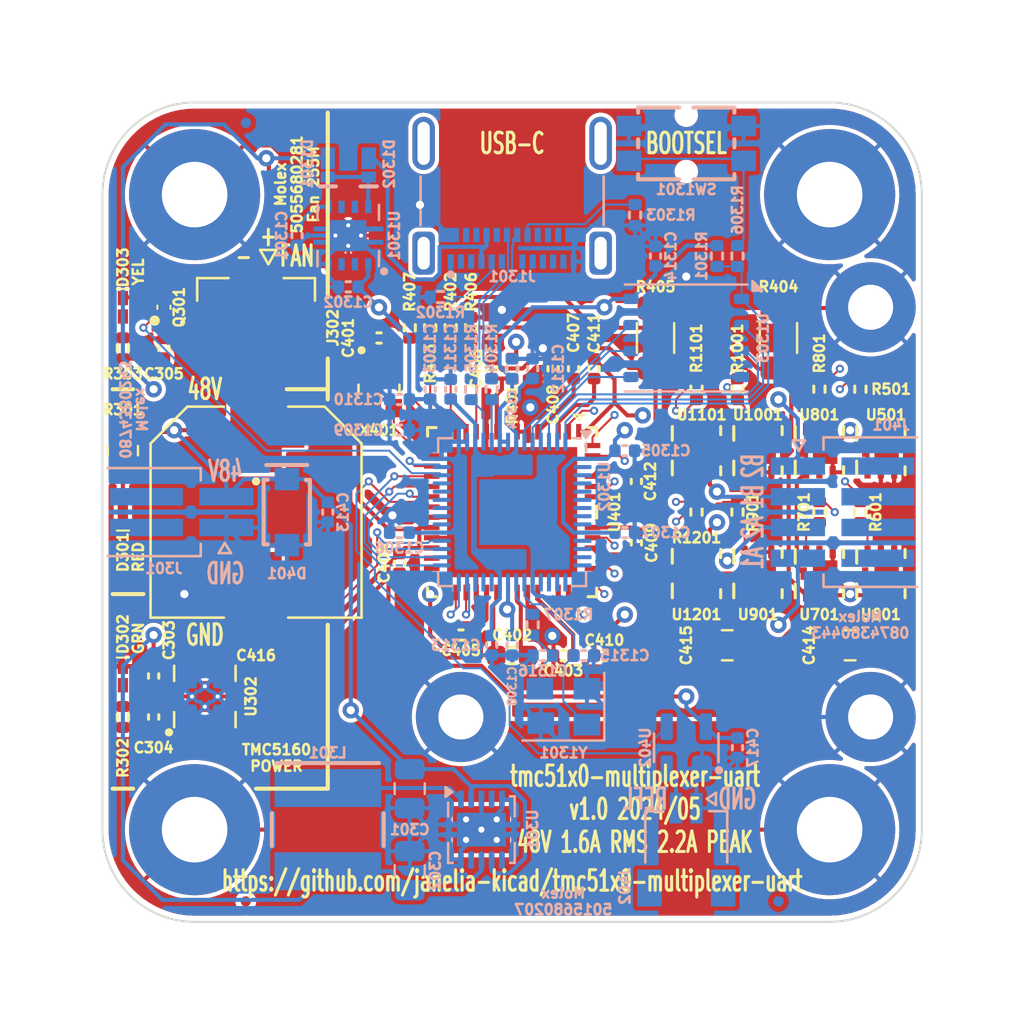
<source format=kicad_pcb>
(kicad_pcb (version 20221018) (generator pcbnew)
  (title_block (title "tmc51x0-multiplexer-uart") (date "2024-05-08") (rev "1.0") (company "Howard Hughes Medical Institute"))
  (layers (0 "F.Cu" signal) (1 "In1.Cu" signal "Gnd") (2 "In2.Cu" signal "Power") (31 "B.Cu" signal) (34 "B.Paste" user) (35 "F.Paste" user) (36 "B.SilkS" user "B.Silkscreen") (37 "F.SilkS" user "F.Silkscreen") (38 "B.Mask" user) (39 "F.Mask" user) (44 "Edge.Cuts" user))
  (net 0 "")
  (net 1 "/GND")
  (net 2 "/tmc5160/CPO")
  (net 3 "/tmc5160/CPI")
  (net 4 "/tmc5160/VCP")
  (net 5 "/tmc5160/VCC")
  (net 6 "/tmc5160/5VOUT")
  (net 7 "/tmc5160/12VOUT")
  (net 8 "/tmc5160/CA1")
  (net 9 "/tmc5160/BMA1")
  (net 10 "/tmc5160/CA2")
  (net 11 "/tmc5160/BMA2")
  (net 12 "/tmc5160/CB1")
  (net 13 "/tmc5160/BMB1")
  (net 14 "/tmc5160/CB2")
  (net 15 "/tmc5160/BMB2")
  (net 16 "/rp2040/VSYS")
  (net 17 "/ENABLE_FAN")
  (net 18 "/rp2040/+3.3V")
  (net 19 "/rp2040/+1.1V")
  (net 20 "/rp2040/XIN")
  (net 21 "/rp2040/XOUTB")
  (net 22 "/power/FAN-")
  (net 23 "/rp2040/VBUS")
  (net 24 "/tmc5160/REFL")
  (net 25 "/rp2040/CC1")
  (net 26 "/rp2040/CC2")
  (net 27 "/rp2040/D+")
  (net 28 "/rp2040/D-")
  (net 29 "/tmc5160/SRAH")
  (net 30 "/tmc5160/SRA")
  (net 31 "/tmc5160/SRBH")
  (net 32 "/ENABLE_VIO")
  (net 33 "/~{CS}")
  (net 34 "/SCK")
  (net 35 "/MOSI")
  (net 36 "/MISO")
  (net 37 "/tmc5160/SRB")
  (net 38 "/VM")
  (net 39 "/VIO")
  (net 40 "/tmc5160/SRAL")
  (net 41 "/DIAG0")
  (net 42 "/DIAG1")
  (net 43 "/+5V")
  (net 44 "/tmc5160/SRBL")
  (net 45 "/tmc5160/HA1")
  (net 46 "/tmc5160/HA2")
  (net 47 "/tmc5160/LA2")
  (net 48 "/tmc5160/LA1")
  (net 49 "/power/LED_RED+")
  (net 50 "/power/LED_GRN+")
  (net 56 "/tmc5160/HB2")
  (net 57 "/tmc5160/HB1")
  (net 58 "/tmc5160/LB1")
  (net 59 "/tmc5160/LB2")
  (net 60 "/rp2040/QSPI_SS")
  (net 61 "/power/SW")
  (net 62 "/rp2040/USB_P")
  (net 63 "/rp2040/USB_N")
  (net 64 "/rp2040/~{USB_BOOT}")
  (net 65 "/rp2040/XOUT")
  (net 66 "/tmc5160/CLOCK")
  (net 75 "/power/LED_YEL+")
  (net 76 "/tmc5160/mosfet1/GATEB")
  (net 77 "/tmc5160/mosfet2/GATEB")
  (net 78 "/tmc5160/mosfet4/GATEB")
  (net 79 "/tmc5160/mosfet3/GATEB")
  (net 80 "/tmc5160/mosfet6/GATEB")
  (net 81 "/tmc5160/mosfet5/GATEB")
  (net 82 "/tmc5160/mosfet7/GATEB")
  (net 87 "/tmc5160/REFL_DEBOUNCED")
  (net 98 "/rp2040/QSPI_SD3")
  (net 99 "/rp2040/QSPI_SCLK")
  (net 100 "/rp2040/QSPI_SD0")
  (net 101 "/rp2040/QSPI_SD2")
  (net 102 "/rp2040/QSPI_SD1")
  (net 119 "/tmc5160/mosfet8/GATEB")
  (footprint "Janelia:R_0402_1005Metric" (layer "F.Cu") (at 148.4 92.6 90)
    (fp_text reference "R403")
    (fp_text value "47")
  )
  (footprint "Janelia:R_0402_1005Metric" (layer "F.Cu") (at 163.4 101.6 -90)
    (fp_text reference "R901")
    (fp_text value "15")
  )
  (footprint "Janelia:C_0402_1005Metric" (layer "F.Cu") (at 135.4 93.6 90)
    (fp_text reference "C305")
    (fp_text value "1uF_25V")
  )
  (footprint "Janelia:BUK7D3660EX_NEX" (layer "F.Cu") (at 170.4 98.6 -90)
    (fp_text reference "U501")
    (fp_text value "BUK7D36-60EX")
  )
  (footprint "Janelia:R_0402_1005Metric" (layer "F.Cu") (at 133.4 111.6 90)
    (fp_text reference "R302")
    (fp_text value "64.9")
  )
  (footprint "Janelia:XFDFN-3" (layer "F.Cu") (at 135.4 91.6 180)
    (fp_text reference "Q301")
    (fp_text value "MOSFET-N-CH")
  )
  (footprint "Janelia:R_0402_1005Metric" (layer "F.Cu") (at 167.4 95.6 -90)
    (fp_text reference "R801")
    (fp_text value "15")
  )
  (footprint "Janelia:C_0402_1005Metric" (layer "F.Cu") (at 155.4 94.6 90)
    (fp_text reference "C407")
    (fp_text value "2.2uF_35V")
  )
  (footprint "Janelia:LED_0402-1005_KNB" (layer "F.Cu") (at 133.4 109.6 -90)
    (fp_text reference "D302")
    (fp_text value "LED_GRN")
  )
  (footprint "Janelia:C_0402_1005Metric" (layer "F.Cu") (at 151.4 94.6 90)
    (fp_text reference "C406")
    (fp_text value "2.2uF_35V")
  )
  (footprint "Janelia:MountingHole_3.2mm_M3_Pad" (layer "F.Cu") (at 167.9 117.1)
    (fp_text reference "H203" hide)
    (fp_text value "MountingHole_M3_Pad" hide)
  )
  (footprint "Janelia:BUK7D3660EX_NEX" (layer "F.Cu") (at 167.4 98.6 -90)
    (fp_text reference "U801")
    (fp_text value "BUK7D36-60EX")
  )
  (footprint "Janelia:R_0402_1005Metric" (layer "F.Cu") (at 133.4 93.6 90)
    (fp_text reference "R303")
    (fp_text value "249")
  )
  (footprint "Janelia:R_0402_1005Metric" (layer "F.Cu") (at 150.4 92.6 90)
    (fp_text reference "R406")
    (fp_text value "47")
  )
  (footprint "Janelia:R_0402_1005Metric" (layer "F.Cu") (at 161.4 101.6 -90)
    (fp_text reference "R1201")
    (fp_text value "15")
  )
  (footprint "Janelia:C_0402_1005Metric" (layer "F.Cu") (at 146.9 104.1 -90)
    (fp_text reference "C404")
    (fp_text value "0.1uF_100V")
  )
  (footprint "Janelia:C_0402_1005Metric" (layer "F.Cu") (at 156.4 94.6 90)
    (fp_text reference "C411")
    (fp_text value "0.22uF_25V")
  )
  (footprint "Janelia:R_0402_1005Metric" (layer "F.Cu") (at 169.4 95.6 -90)
    (fp_text reference "R501")
    (fp_text value "15")
  )
  (footprint "Janelia:BUK7D3660EX_NEX" (layer "F.Cu") (at 164.4 98.6 -90)
    (fp_text reference "U1001")
    (fp_text value "BUK7D36-60EX")
  )
  (footprint "Janelia:C_0402_1005Metric" (layer "F.Cu") (at 154.9 108.6)
    (fp_text reference "C403")
    (fp_text value "0.1uF_100V")
  )
  (footprint "Janelia:R_1206_3216Metric" (layer "F.Cu") (at 165.4 93.1 90)
    (fp_text reference "R404")
    (fp_text value "0.15")
  )
  (footprint "Janelia:BUK7D3660EX_NEX" (layer "F.Cu") (at 164.4 104.6 -90)
    (fp_text reference "U901")
    (fp_text value "BUK7D36-60EX")
  )
  (footprint "Janelia:R_0402_1005Metric" (layer "F.Cu") (at 163.4 95.6 -90)
    (fp_text reference "R1001")
    (fp_text value "15")
  )
  (footprint "Janelia:CP_Hybrid_EEHZS1H221V" (layer "F.Cu") (at 139.9 101.6 -90)
    (fp_text reference "C416")
    (fp_text value "220uF_63V")
  )
  (footprint "Janelia:C_0805_2012Metric" (layer "F.Cu") (at 162.9 108.1 180)
    (fp_text reference "C415")
    (fp_text value "2.2uF_100V")
  )
  (footprint "Janelia:C_0402_1005Metric" (layer "F.Cu") (at 134.9 109.6 -90)
    (fp_text reference "C303")
    (fp_text value "1uF_25V")
  )
  (footprint "Janelia:C_0402_1005Metric" (layer "F.Cu") (at 154.4 94.6 90)
    (fp_text reference "C408")
    (fp_text value "0.1uF_100V")
  )
  (footprint "Janelia:BUK7D3660EX_NEX" (layer "F.Cu") (at 161.4 104.6 -90)
    (fp_text reference "U1201")
    (fp_text value "BUK7D36-60EX")
  )
  (footprint "Janelia:C_0402_1005Metric" (layer "F.Cu") (at 156.9 108.6)
    (fp_text reference "C410")
    (fp_text value "0.22uF_25V")
  )
  (footprint "Janelia:R_1206_3216Metric" (layer "F.Cu") (at 159.4 93.1 90)
    (fp_text reference "R405")
    (fp_text value "0.15")
  )
  (footprint "Janelia:BUK7D3660EX_NEX" (layer "F.Cu") (at 161.4 98.6 -90)
    (fp_text reference "U1101")
    (fp_text value "BUK7D36-60EX")
  )
  (footprint "Janelia:R_0402_1005Metric" (layer "F.Cu") (at 149.4 92.6 90)
    (fp_text reference "R402")
    (fp_text value "47")
  )
  (footprint "Janelia:R_0402_1005Metric" (layer "F.Cu") (at 147.4 92.6 90)
    (fp_text reference "R407")
    (fp_text value "47")
  )
  (footprint "Janelia:R_0402_1005Metric" (layer "F.Cu") (at 152.4 94.6 -90)
    (fp_text reference "R401")
    (fp_text value "2.2")
  )
  (footprint "Janelia:C_0402_1005Metric" (layer "F.Cu") (at 145.9 93.1 180)
    (fp_text reference "C401")
    (fp_text value "0.1uF_100V")
  )
  (footprint "Janelia:OSC_ECS-2520S33-160-FN-TR" (layer "F.Cu") (at 145.9 95.6 -90)
    (fp_text reference "X401")
    (fp_text value "16MHz")
  )
  (footprint "Janelia:BUK7D3660EX_NEX" (layer "F.Cu") (at 167.4 104.6 -90)
    (fp_text reference "U701")
    (fp_text value "BUK7D36-60EX")
  )
  (footprint "Janelia:21-100593_ADI" (layer "F.Cu") (at 152.4 101.6 -90)
    (fp_text reference "U401")
    (fp_text value "TMC5160A-WA")
  )
  (footprint "Janelia:MountingHole_3.2mm_M3_Pad" (layer "F.Cu") (at 136.9 86.1)
    (fp_text reference "H201" hide)
    (fp_text value "MountingHole_M3_Pad" hide)
  )
  (footprint "Janelia:C_0402_1005Metric" (layer "F.Cu") (at 158.464852 100.1 90)
    (fp_text reference "C412")
    (fp_text value "0.22uF_25V")
  )
  (footprint "Janelia:R_0402_1005Metric" (layer "F.Cu") (at 167.4 101.6 -90)
    (fp_text reference "R701")
    (fp_text value "15")
  )
  (footprint "Janelia:BUK7D3660EX_NEX" (layer "F.Cu") (at 170.4 104.6 -90)
    (fp_text reference "U601")
    (fp_text value "BUK7D36-60EX")
  )
  (footprint "Janelia:C_0603_1608Metric" (layer "F.Cu") (at 152.4 108.6)
    (fp_text reference "C402")
    (fp_text value "22nF_100V")
  )
  (footprint "Janelia:R_0805_2012Metric" (layer "F.Cu") (at 133.4 98.6 -90)
    (fp_text reference "R301")
    (fp_text value "2.32k")
  )
  (footprint "Janelia:R_0402_1005Metric" (layer "F.Cu") (at 169.4 101.6 -90)
    (fp_text reference "R601")
    (fp_text value "15")
  )
  (footprint "Janelia:Molex_Micro-Lock-PLUS-505568_1x02_P1.25mm_Vertical" (layer "F.Cu") (at 139.9 92.1 180)
    (fp_text reference "J302")
    (fp_text value "Molex_Pico-Lock-PLUS_Vertical")
  )
  (footprint "Janelia:LED_0402-1005_KNB" (layer "F.Cu") (at 133.4 101.6 90)
    (fp_text reference "D301")
    (fp_text value "LED_RED")
  )
  (footprint "Janelia:MountingHole_3.2mm_M3_Pad" (layer "F.Cu") (at 167.9 86.1)
    (fp_text reference "H202" hide)
    (fp_text value "MountingHole_M3_Pad" hide)
  )
  (footprint "Janelia:FIDUCIAL_0.5mm_Mask1mm" (layer "F.Cu") (at 165.4 82.6)
    (fp_text reference "FID202")
    (fp_text value "FIDUCIAL_0.5mm_MASK1mm" hide)
  )
  (footprint "Janelia:C_0402_1005Metric" (layer "F.Cu") (at 149.9 107.6 180)
    (fp_text reference "C405")
    (fp_text value "0.47uF_35V")
  )
  (footprint "Janelia:FAN_5VDC_25x25x8mm" (layer "F.Cu") (at 159.9 101.6)
    (fp_text reference "M301" hide)
    (fp_text value "Fan_5VDC_25x25x8mm" hide)
  )
  (footprint "Janelia:C_0402_1005Metric" (layer "F.Cu") (at 158.464852 103.1 -90)
    (fp_text reference "C409")
    (fp_text value "0.22uF_25V")
  )
  (footprint "Janelia:FIDUCIAL_0.5mm_Mask1mm" (layer "F.Cu") (at 139.4 120.6)
    (fp_text reference "FID204")
    (fp_text value "FIDUCIAL_0.5mm_MASK1mm" hide)
  )
  (footprint "Janelia:R_0402_1005Metric" (layer "F.Cu") (at 161.4 95.6 -90)
    (fp_text reference "R1101")
    (fp_text value "15")
  )
  (footprint "Janelia:LED_0402-1005_KNB" (layer "F.Cu") (at 133.4 91.6 -90)
    (fp_text reference "D303")
    (fp_text value "LED_YEL")
  )
  (footprint "Janelia:TPS737Q1" (layer "F.Cu") (at 137.4 110.6 90)
    (fp_text reference "U302")
    (fp_text value "Linear_3.3V_1A")
  )
  (footprint "Janelia:MountingHole_3.2mm_M3_Pad" (layer "F.Cu") (at 136.9 117.1)
    (fp_text reference "H204" hide)
    (fp_text value "MountingHole_M3_Pad" hide)
  )
  (footprint "Janelia:C_0805_2012Metric" (layer "F.Cu") (at 168.9 108.1 180)
    (fp_text reference "C414")
    (fp_text value "2.2uF_100V")
  )
  (footprint "Janelia:C_0402_1005Metric" (layer "F.Cu") (at 134.9 111.6 90)
    (fp_text reference "C304")
    (fp_text value "1uF_25V")
  )
  (footprint "Janelia:FIDUCIAL_0.5mm_Mask1mm" (layer "B.Cu") (at 139.4 82.6 180)
    (fp_text reference "FID201")
    (fp_text value "FIDUCIAL_0.5mm_MASK1mm" hide)
  )
  (footprint "Janelia:R_0402_1005Metric" (layer "B.Cu") (at 163.4 89.1 90)
    (fp_text reference "R1306")
    (fp_text value "1k")
  )
  (footprint "Janelia:R_0402_1005Metric" (layer "B.Cu") (at 151.4 95.6 -90)
    (fp_text reference "R1304")
    (fp_text value "27")
  )
  (footprint "Janelia:C_0402_1005Metric" (layer "B.Cu") (at 153.4 94.6 90)
    (fp_text reference "C1312")
    (fp_text value "0.1uF_100V")
  )
  (footprint "Janelia:Crystal_SMD_Abracon_ABM8-4Pin_3.2x2.5mm" (layer "B.Cu") (at 154.9 111.1 180)
    (fp_text reference "Y1301")
    (fp_text value "Crystal_12MHz")
  )
  (footprint "Janelia:C_0402_1005Metric" (layer "B.Cu") (at 155.9 108.6)
    (fp_text reference "C1315")
    (fp_text value "15pF_25V")
  )
  (footprint "Janelia:C_0805_2012Metric" (layer "B.Cu") (at 147.4 115.1 -90)
    (fp_text reference "C301")
    (fp_text value "2.2uF_100V")
  )
  (footprint "Janelia:CR_DSN2_152AB-C_OSI" (layer "B.Cu") (at 143.4 84.6 90)
    (fp_text reference "D1301")
    (fp_text value "D_SCHOTTKY_40V_2A")
  )
  (footprint "Janelia:C_0402_1005Metric" (layer "B.Cu") (at 153.9 108.6 180)
    (fp_text reference "C1316")
    (fp_text value "15pF_25V")
  )
  (footprint "Janelia:R_0402_1005Metric" (layer "B.Cu") (at 150.4 95.6 -90)
    (fp_text reference "R1305")
    (fp_text value "27")
  )
  (footprint "Janelia:C_0402_1005Metric" (layer "B.Cu") (at 152.4 94.6 90)
    (fp_text reference "C1304")
    (fp_text value "0.1uF_100V")
  )
  (footprint "Janelia:C_0402_1005Metric" (layer "B.Cu") (at 157.9 102.6)
    (fp_text reference "C1307")
    (fp_text value "0.1uF_100V")
  )
  (footprint "Janelia:SOT192P237X122-4N" (layer "B.Cu") (at 160.9 113.1 90)
    (fp_text reference "U402")
    (fp_text value "MAX6816")
  )
  (footprint "Janelia:Molex_Pico-SPOX-87438_1x04-P1.5mm_Horizontal" (layer "B.Cu") (at 169.4 101.6 -90)
    (fp_text reference "J401")
    (fp_text value "Molex_Pico-SPOX_Horizontal")
  )
  (footprint "Janelia:USB_C_Receptacle_Amphenol_10152803-00011LF" (layer "B.Cu") (at 152.4 83.6)
    (fp_text reference "J1301")
    (fp_text value "Connector_USB_C_Receptacle")
  )
  (footprint "Janelia:SMT_1045822_WRE" (layer "B.Cu") (at 160.9 83.6)
    (fp_text reference "SW1301")
    (fp_text value "Switch_Tactile_SPST-NO_SMT_Side")
  )
  (footprint "Janelia:WSON-8-1EP_6x5mm_P1.27mm_EP3.4x4.3mm" (layer "B.Cu") (at 160.9 93.1 180)
    (fp_text reference "U1303")
    (fp_text value "Memory_Flash_W25Q128JVZPIQ")
  )
  (footprint "Janelia:Molex_Pico-SPOX-87438_1x02-P1.5mm_Horizontal" (layer "B.Cu") (at 135.4 101.6 90)
    (fp_text reference "J301")
    (fp_text value "Molex_Pico-SPOX_Horizontal")
  )
  (footprint "Janelia:C_0402_1005Metric" (layer "B.Cu") (at 146.9 97.6 180)
    (fp_text reference "C1309")
    (fp_text value "0.1uF_100V")
  )
  (footprint "Janelia:C_0402_1005Metric" (layer "B.Cu") (at 159.4 89.1 90)
    (fp_text reference "C1314")
    (fp_text value "0.1uF_100V")
  )
  (footprint "Janelia:C_0402_1005Metric" (layer "B.Cu") (at 152.4 108.1 -90)
    (fp_text reference "C1308")
    (fp_text value "0.1uF_100V")
  )
  (footprint "Janelia:C_0402_1005Metric" (layer "B.Cu") (at 146.9 96.1 180)
    (fp_text reference "C1310")
    (fp_text value "0.1uF_100V")
  )
  (footprint "Janelia:C_0402_1005Metric" (layer "B.Cu") (at 148.4 95.6 90)
    (fp_text reference "C1303")
    (fp_text value "1uF_35V")
  )
  (footprint "Janelia:C_0402_1005Metric" (layer "B.Cu") (at 144.4 90.6 180)
    (fp_text reference "C1302")
    (fp_text value "1uF_25V")
  )
  (footprint "Janelia:SMFSeries_LTF" (layer "B.Cu") (at 141.4 101.6 -90)
    (fp_text reference "D401")
    (fp_text value "D_Zener_48V_2.6A")
  )
  (footprint "Janelia:CR_DSN2_152AB-C_OSI" (layer "B.Cu") (at 145.4 84.6 90)
    (fp_text reference "D1302")
    (fp_text value "D_SCHOTTKY_40V_2A")
  )
  (footprint "Janelia:C_0402_1005Metric" (layer "B.Cu") (at 157.9 98.6)
    (fp_text reference "C1305")
    (fp_text value "0.1uF_100V")
  )
  (footprint "Janelia:C_0805_2012Metric" (layer "B.Cu") (at 147.4 119.1 90)
    (fp_text reference "C302")
    (fp_text value "47uF_10V")
  )
  (footprint "Janelia:R_0402_1005Metric" (layer "B.Cu") (at 158.4 87.1 -90)
    (fp_text reference "R1303")
    (fp_text value "5.1k")
  )
  (footprint "Janelia:IND_CB_SD25" (layer "B.Cu") (at 143.4 117.1 -90)
    (fp_text reference "L301")
    (fp_text value "150uH_553mA")
  )
  (footprint "Janelia:R_0402_1005Metric" (layer "B.Cu") (at 153.4 107.1 -90)
    (fp_text reference "R1307")
    (fp_text value "1k")
  )
  (footprint "Janelia:R_0402_1005Metric" (layer "B.Cu") (at 148.9 91.1 180)
    (fp_text reference "R1302")
    (fp_text value "5.1k")
  )
  (footprint "Janelia:C_0402_1005Metric" (layer "B.Cu") (at 151.4 108.1 -90)
    (fp_text reference "C1313")
    (fp_text value "0.1uF_100V")
  )
  (footprint "Janelia:C_0402_1005Metric" (layer "B.Cu") (at 143.4 101.6 -90)
    (fp_text reference "C413")
    (fp_text value "0.1uF_100V")
  )
  (footprint "Janelia:FIDUCIAL_0.5mm_Mask1mm" (layer "B.Cu") (at 165.4 120.6 180)
    (fp_text reference "FID203")
    (fp_text value "FIDUCIAL_0.5mm_MASK1mm" hide)
  )
  (footprint "Janelia:R_0402_1005Metric" (layer "B.Cu") (at 162.4 89.1 90)
    (fp_text reference "R1301")
    (fp_text value "10.0k")
  )
  (footprint "Janelia:TPS737Q1" (layer "B.Cu") (at 144.4 88.1 90)
    (fp_text reference "U1301")
    (fp_text value "Linear_3.3V_1A")
  )
  (footprint "Janelia:Texas_S-PVSON-N10_ThermalVias" (layer "B.Cu") (at 150.9 117.1 -90)
    (fp_text reference "U301")
    (fp_text value "Switching_5V_500mA")
  )
  (footprint "Janelia:C_0402_1005Metric" (layer "B.Cu") (at 146.9 102.6 180)
    (fp_text reference "C1306")
    (fp_text value "0.1uF_100V")
  )
  (footprint "Janelia:QFN-56-1EP_7x7mm_P0.4mm_EP3.2x3.2mm" (layer "B.Cu") (at 152.4 101.6 180)
    (fp_text reference "U1302")
    (fp_text value "MCU_RP2040")
  )
  (footprint "Janelia:C_0402_1005Metric" (layer "B.Cu") (at 141.9 88.1 -90)
    (fp_text reference "C1301")
    (fp_text value "1uF_25V")
  )
  (footprint "Janelia:Molex_Pico-Clasp-501568_1x02_P1mm_Horizontal" (layer "B.Cu") (at 160.9 118.6 180)
    (fp_text reference "J402")
    (fp_text value "Molex_Pico-Clasp_Horizontal")
  )
  (footprint "Janelia:C_0402_1005Metric" (layer "B.Cu") (at 149.4 95.6 90)
    (fp_text reference "C1311")
    (fp_text value "1uF_35V")
  )
  (footprint "Janelia:C_0402_1005Metric" (layer "B.Cu") (at 163.4 113.1 -90)
    (fp_text reference "C417")
    (fp_text value "0.1uF_100V")
  )
  (gr_line (start 143.4 95.6) (end 143.4 94.1) (stroke (width 0.2)) (layer "F.SilkS"))
  (gr_line (start 143.4 95.6) (end 143.4 96.1) (stroke (width 0.2)) (layer "F.SilkS"))
  (gr_line (start 143.4 115.1) (end 139.9 115.1) (stroke (width 0.2)) (layer "F.SilkS"))
  (gr_line (start 143.4 107.1) (end 143.4 115.1) (stroke (width 0.2)) (layer "F.SilkS"))
  (gr_line (start 141.4 95.6) (end 143.4 95.6) (stroke (width 0.2)) (layer "F.SilkS"))
  (gr_line (start 143.4 82.1) (end 143.4 91.1) (stroke (width 0.2)) (layer "F.SilkS"))
  (gr_line (start 132.9 95.6) (end 133.9 95.6) (stroke (width 0.2)) (layer "F.SilkS"))
  (gr_line (start 132.9 105.6) (end 134.4 105.6) (stroke (width 0.2)) (layer "F.SilkS"))
  (gr_line (start 133.9 115.1) (end 132.9 115.1) (stroke (width 0.2)) (layer "F.SilkS"))
  (gr_line (start 132.4 117.1) (end 132.4 86.1) (stroke (width 0.1)) (layer "Edge.Cuts"))
  (gr_line (start 172.4 86.1) (end 172.4 117.1) (stroke (width 0.1)) (layer "Edge.Cuts"))
  (gr_arc (start 172.4 117.1) (mid 171.081981 120.281981) (end 167.9 121.6) (stroke (width 0.1)) (layer "Edge.Cuts"))
  (gr_arc (start 167.9 81.6) (mid 171.081981 82.918019) (end 172.4 86.1) (stroke (width 0.1)) (layer "Edge.Cuts"))
  (gr_arc (start 136.9 121.6) (mid 133.718019 120.281981) (end 132.4 117.1) (stroke (width 0.1)) (layer "Edge.Cuts"))
  (gr_line (start 167.9 121.6) (end 136.9 121.6) (stroke (width 0.1)) (layer "Edge.Cuts"))
  (gr_arc (start 132.4 86.1) (mid 133.718019 82.918019) (end 136.9 81.6) (stroke (width 0.1)) (layer "Edge.Cuts"))
  (gr_line (start 136.9 81.6) (end 167.9 81.6) (stroke (width 0.1)) (layer "Edge.Cuts"))
  (gr_text "B2" (at 164.15 99.35 90) (layer "B.SilkS") (effects (font (size 1 0.6) (thickness 0.15) bold) (justify mirror)))
  (gr_text "A1" (at 164.15 103.85 90) (layer "B.SilkS") (effects (font (size 1 0.6) (thickness 0.15) bold) (justify mirror)))
  (gr_text "Molex\n0874380243" (at 133.9 96.6 -90) (layer "B.SilkS") (effects (font (size 0.5 0.5) (thickness 0.125) bold) (justify mirror)))
  (gr_text "Molex\n0874380443" (at 169.4 107.1) (layer "B.SilkS") (effects (font (size 0.5 0.5) (thickness 0.125) bold) (justify mirror)))
  (gr_text "A2" (at 164.15 102.35 90) (layer "B.SilkS") (effects (font (size 1 0.6) (thickness 0.15) bold) (justify mirror)))
  (gr_text "GND" (at 138.4 104.6) (layer "B.SilkS") (effects (font (size 1 0.6) (thickness 0.15) bold) (justify mirror)))
  (gr_text "48V" (at 138.4 99.6) (layer "B.SilkS") (effects (font (size 1 0.6) (thickness 0.15) bold) (justify mirror)))
  (gr_text "REFL" (at 158.9 115.6) (layer "B.SilkS") (effects (font (size 1 0.6) (thickness 0.15) bold) (justify mirror)))
  (gr_text "GND" (at 163.4 115.6) (layer "B.SilkS") (effects (font (size 1 0.6) (thickness 0.15) bold) (justify mirror)))
  (gr_text "B1" (at 164.15 100.85 90) (layer "B.SilkS") (effects (font (size 1 0.6) (thickness 0.15) bold) (justify mirror)))
  (gr_text "Molex\n5015680207" (at 154.9 120.6) (layer "B.SilkS") (effects (font (size 0.5 0.5) (thickness 0.125) bold) (justify mirror)))
  (gr_text "BOOTSEL" (at 160.9 83.6) (layer "F.SilkS") (effects (font (size 1 0.6) (thickness 0.15) bold)))
  (gr_text "TMC5160\nPOWER" (at 140.9 113.6) (layer "F.SilkS") (effects (font (size 0.5 0.5) (thickness 0.125) bold)))
  (gr_text "YEL" (at 134.15 90.6 90) (layer "F.SilkS") (effects (font (size 0.5 0.5) (thickness 0.125) bold) (justify left)))
  (gr_text "GRN" (at 134.15 108.6 90) (layer "F.SilkS") (effects (font (size 0.5 0.5) (thickness 0.125) bold) (justify left)))
  (gr_text "FAN" (at 141.9 89.1) (layer "F.SilkS") (effects (font (size 1 0.6) (thickness 0.15) bold)))
  (gr_text "48V" (at 137.4 95.6) (layer "F.SilkS") (effects (font (size 1 0.6) (thickness 0.15) bold)))
  (gr_text "GND" (at 137.4 107.6) (layer "F.SilkS") (effects (font (size 1 0.6) (thickness 0.15) bold)))
  (gr_text "tmc51x0-multiplexer-uart\nv1.0 2024/05\n48V 1.6A RMS 2.2A PEAK" (at 158.4 116.1) (layer "F.SilkS") (effects (font (size 1 0.6) (thickness 0.15) bold)))
  (gr_text "https://github.com/janelia-kicad/tmc51x0-multiplexer-uart" (at 152.4 119.6) (layer "F.SilkS") (effects (font (size 1 0.6) (thickness 0.15) bold)))
  (gr_text "Molex\n5055680281\nFan 255M\n" (at 141.9 85.6 90) (layer "F.SilkS") (effects (font (size 0.5 0.5) (thickness 0.125) bold)))
  (gr_text "+" (at 140.5 88.1) (layer "F.SilkS") (effects (font (size 1 0.6) (thickness 0.15) bold)))
  (gr_text "USB-C" (at 152.4 83.6) (layer "F.SilkS") (effects (font (size 1 0.6) (thickness 0.15) bold)))
  (gr_text "RED" (at 134.15 104.6 90) (layer "F.SilkS") (effects (font (size 0.5 0.5) (thickness 0.125) bold) (justify left)))
  (gr_text "-" (at 139.3 89.1) (layer "F.SilkS") (effects (font (size 1 0.6) (thickness 0.15) bold)))
  (segment (start 149.65 117.1) (end 136.9 117.1) (width 0.2) (layer "F.Cu") (net 1))
  (segment (start 152.913 94.587) (end 153.38 94.12) (width 0.2) (layer "F.Cu") (net 1))
  (segment (start 143.667588 95.017588) (end 145.175 96.525) (width 0.2) (layer "F.Cu") (net 1))
  (segment (start 162.902 109.052) (end 166.998 109.052) (width 0.2) (layer "F.Cu") (net 1))
  (segment (start 148.4757 98.349999) (end 149.149999 98.349999) (width 0.2) (layer "F.Cu") (net 1))
  (segment (start 149.42 107.6) (end 149.993 107.027) (width 0.2) (layer "F.Cu") (net 1))
  (segment (start 133.4 109.115) (end 133.273 108.988) (width 0.2) (layer "F.Cu") (net 1))
  (segment (start 167.95 109.65) (end 169.9 111.6) (width 0.2) (layer "F.Cu") (net 1))
  (segment (start 148.4757 104.850001) (end 147.170001 104.850001) (width 0.2) (layer "F.Cu") (net 1))
  (segment (start 148.4757 101.85) (end 152.15 101.85) (width 0.2) (layer "F.Cu") (net 1))
  (segment (start 132.853 109.1545) (end 132.9075 109.1) (width 0.2) (layer "F.Cu") (net 1))
  (segment (start 153.38 94.12) (end 154.4 94.12) (width 0.2) (layer "F.Cu") (net 1))
  (segment (start 133.935 109.115) (end 134.9 110.08) (width 0.2) (layer "F.Cu") (net 1))
  (segment (start 144.4 92.08) (end 144.4 88.6) (width 0.2) (layer "F.Cu") (net 1))
  (segment (start 147.75387 101.85) (end 147.50387 102.1) (width 0.2) (layer "F.Cu") (net 1))
  (segment (start 133.4 109.115) (end 133.935 109.115) (width 0.2) (layer "F.Cu") (net 1))
  (segment (start 145.025 88.1) (end 146.4 88.1) (width 0.2) (layer "F.Cu") (net 1))
  (segment (start 159.4 91.6375) (end 160.9 90.1375) (width 0.2) (layer "F.Cu") (net 1))
  (segment (start 165.4 91.6375) (end 169.8625 91.6375) (width 0.2) (layer "F.Cu") (net 1))
  (segment (start 145.025 89.715) (end 145.025 88.1) (width 0.2) (layer "F.Cu") (net 1))
  (segment (start 136.4 105.6) (end 133.4 102.6) (width 0.2) (layer "F.Cu") (net 1))
  (segment (start 136.9 117.1) (end 132.853 113.053) (width 0.2) (layer "F.Cu") (net 1))
  (segment (start 149.149999 105.5243) (end 149.149999 104.850001) (width 0.2) (layer "F.Cu") (net 1))
  (segment (start 133.385 109.1) (end 133.4 109.115) (width 0.2) (layer "F.Cu") (net 1))
  (segment (start 167.95 108.1) (end 167.95 109.65) (width 0.2) (layer "F.Cu") (net 1))
  (segment (start 151.867 94.587) (end 152.913 94.587) (width 0.2) (layer "F.Cu") (net 1))
  (segment (start 161.95 108.1) (end 162.902 109.052) (width 0.2) (layer "F.Cu") (net 1))
  (segment (start 151.15 97.6757) (end 151.15 100.35) (width 0.2) (layer "F.Cu") (net 1))
  (segment (start 136.4 105.6) (end 136.6 105.4) (width 0.2) (layer "F.Cu") (net 1))
  (segment (start 151.15 102.85) (end 152.4 101.6) (width 0.2) (layer "F.Cu") (net 1))
  (segment (start 143.775 86.813288) (end 140.659712 83.698) (width 0.2) (layer "F.Cu") (net 1))
  (segment (start 134.9 111.12) (end 134.9 110.6) (width 0.2) (layer "F.Cu") (net 1))
  (segment (start 153.9 93.6) (end 153.9 93.62) (width 0.2) (layer "F.Cu") (net 1))
  (segment (start 146.4 88.1) (end 147.9 86.6) (width 0.2) (layer "F.Cu") (net 1))
  (segment (start 149.993 107.027) (end 150.396 107.027) (width 0.2) (layer "F.Cu") (net 1))
  (segment (start 136.4 94.6) (end 136.817588 95.017588) (width 0.2) (layer "F.Cu") (net 1))
  (segment (start 147.170001 104.850001) (end 146.9 104.58) (width 0.2) (layer "F.Cu") (net 1))
  (segment (start 166.998 109.052) (end 167.95 108.1) (width 0.2) (layer "F.Cu") (net 1))
  (segment (start 136.4 94.12) (end 136.4 94.6) (width 0.2) (layer "F.Cu") (net 1))
  (segment (start 144.548 93.972) (end 145.42 93.1) (width 0.2) (layer "F.Cu") (net 1))
  (segment (start 150.4 92.09) (end 151.537 92.09) (width 0.2) (layer "F.Cu") (net 1))
  (segment (start 133.4 102.6) (end 133.4 102.085) (width 0.2) (layer "F.Cu") (net 1))
  (segment (start 150.650001 103.349999) (end 152.4 101.6) (width 0.2) (layer "F.Cu") (net 1))
  (segment (start 160.9 90.1375) (end 160.9 90.1) (width 0.2) (layer "F.Cu") (net 1))
  (segment (start 150.9 117.1) (end 167.9 117.1) (width 0.2) (layer "F.Cu") (net 1))
  (segment (start 134.9 105.6) (end 136.4 105.6) (width 0.2) (layer "F.Cu") (net 1))
  (segment (start 133.273 108.988) (end 133.273 107.227) (width 0.2) (layer "F.Cu") (net 1))
  (segment (start 150.650001 106.772999) (end 150.650001 105.5243) (width 0.2) (layer "F.Cu") (net 1))
  (segment (start 148.4757 102.85) (end 151.15 102.85) (width 0.2) (layer "F.Cu") (net 1))
  (segment (start 138.375 112) (end 138.375 111.575) (width 0.2) (layer "F.Cu") (net 1))
  (segment (start 150.396 107.027) (end 150.650001 106.772999) (width 0.2) (layer "F.Cu") (net 1))
  (segment (start 151.537 92.09) (end 151.9 91.727) (width 0.2) (layer "F.Cu") (net 1))
  (segment (start 150.650001 105.5243) (end 150.650001 103.349999) (width 0.2) (layer "F.Cu") (net 1))
  (segment (start 136.6 105.4) (end 139.9 105.4) (width 0.2) (layer "F.Cu") (net 1))
  (segment (start 169.8625 91.6375) (end 169.9 91.6) (width 0.2) (layer "F.Cu") (net 1))
  (segment (start 140.659712 83.698) (end 139.302 83.698) (width 0.2) (layer "F.Cu") (net 1))
  (segment (start 151.4 94.12) (end 151.867 94.587) (width 0.2) (layer "F.Cu") (net 1))
  (segment (start 133.273 107.227) (end 134.9 105.6) (width 0.2) (layer "F.Cu") (net 1))
  (segment (start 143.775 88.1) (end 143.775 86.813288) (width 0.2) (layer "F.Cu") (net 1))
  (segment (start 135.615 91.925) (end 135.615 92.135) (width 0.2) (layer "F.Cu") (net 1))
  (segment (start 136.817588 95.017588) (end 143.667588 95.017588) (width 0.2) (layer "F.Cu") (net 1))
  (segment (start 159.4 91.6375) (end 165.4 91.6375) (width 0.2) (layer "F.Cu") (net 1))
  (segment (start 145.42 93.1) (end 144.4 92.08) (width 0.2) (layer "F.Cu") (net 1))
  (segment (start 132.9075 109.1) (end 133.385 109.1) (width 0.2) (layer "F.Cu") (net 1))
  (segment (start 149.149999 104.850001) (end 152.4 101.6) (width 0.2) (layer "F.Cu") (net 1))
  (segment (start 148.4757 101.85) (end 147.75387 101.85) (width 0.2) (layer "F.Cu") (net 1))
  (segment (start 152.15 101.85) (end 152.4 101.6) (width 0.2) (layer "F.Cu") (net 1))
  (segment (start 135.4 93.12) (end 136.4 94.12) (width 0.2) (layer "F.Cu") (net 1))
  (segment (start 147.4 92.09) (end 145.025 89.715) (width 0.2) (layer "F.Cu") (net 1))
  (segment (start 144.548 95.898) (end 144.548 93.972) (width 0.2) (layer "F.Cu") (net 1))
  (segment (start 148.4757 104.850001) (end 149.149999 104.850001) (width 0.2) (layer "F.Cu") (net 1))
  (segment (start 151.15 100.35) (end 152.4 101.6) (width 0.2) (layer "F.Cu") (net 1))
  (segment (start 132.853 113.053) (end 132.853 109.1545) (width 0.2) (layer "F.Cu") (net 1))
  (segment (start 149.149999 98.349999) (end 152.4 101.6) (width 0.2) (layer "F.Cu") (net 1))
  (segment (start 134.9 110.6) (end 134.9 110.08) (width 0.2) (layer "F.Cu") (net 1))
  (segment (start 139.302 83.698) (end 136.9 86.1) (width 0.2) (layer "F.Cu") (net 1))
  (segment (start 135.4 92.35) (end 135.4 93.12) (width 0.2) (layer "F.Cu") (net 1))
  (segment (start 154.4 94.12) (end 155.4 94.12) (width 0.2) (layer "F.Cu") (net 1))
  (segment (start 147.50387 102.1) (end 146.9 102.1) (width 0.2) (layer "F.Cu") (net 1))
  (segment (start 135.615 92.135) (end 135.4 92.35) (width 0.2) (layer "F.Cu") (net 1))
  (segment (start 145.175 96.525) (end 144.548 95.898) (width 0.2) (layer "F.Cu") (net 1))
  (segment (start 134.9 110.6) (end 137.4 110.6) (width 0.2) (layer "F.Cu") (net 1))
  (segment (start 153.9 93.62) (end 154.4 94.12) (width 0.2) (layer "F.Cu") (net 1))
  (segment (start 150.15 117.6) (end 149.65 117.1) (width 0.2) (layer "F.Cu") (net 1))
  (segment (start 138.375 111.575) (end 137.4 110.6) (width 0.2) (layer "F.Cu") (net 1))
  (segment (start 146.9 102.1) (end 146.558001 101.758001) (width 0.2) (layer "F.Cu") (net 1))
  (via (at 160.9 90.1) (size 0.8) (drill 0.4) (layers "F.Cu" "B.Cu") (net 1))
  (via (at 147.9 86.6) (size 0.8) (drill 0.4) (layers "F.Cu" "B.Cu") (net 1))
  (via (at 136.4 105.6) (size 0.8) (drill 0.4) (layers "F.Cu" "B.Cu") (net 1))
  (via (at 153.9 93.6) (size 0.8) (drill 0.4) (layers "F.Cu" "B.Cu") (net 1))
  (via (at 151.9 91.727) (size 0.8) (drill 0.4) (layers "F.Cu" "B.Cu") (net 1))
  (via (at 146.558001 101.758001) (size 0.8) (drill 0.4) (layers "F.Cu" "B.Cu") (net 1))
  (segment (start 147.9 86.67) (end 149.3 88.07) (width 0.2) (layer "B.Cu") (net 1))
  (segment (start 148.39 91.1) (end 147.744108 91.1) (width 0.2) (layer "B.Cu") (net 1))
  (segment (start 167.38 111.6) (end 158.38 102.6) (width 0.2) (layer "B.Cu") (net 1))
  (segment (start 157.4 111.575) (end 156.05 110.225) (width 0.2) (layer "B.Cu") (net 1))
  (segment (start 161.665 114.125) (end 162.855 114.125) (width 0.2) (layer "B.Cu") (net 1))
  (segment (start 155.4 88.17) (end 155.5 88.07) (width 0.2) (layer "B.Cu") (net 1))
  (segment (start 153.4 105.475) (end 153.627 105.702) (width 0.2) (layer "B.Cu") (net 1))
  (segment (start 149.4 90.09) (end 148.39 91.1) (width 0.2) (layer "B.Cu") (net 1))
  (segment (start 150.9 115.625) (end 150.9 117.1) (width 0.2) (layer "B.Cu") (net 1))
  (segment (start 148.2 117.35) (end 147.4 118.15) (width 0.2) (layer "B.Cu") (net 1))
  (segment (start 149.35 117.35) (end 148.2 117.35) (width 0.2) (layer "B.Cu") (net 1))
  (segment (start 164.55 82.75) (end 167.9 86.1) (width 0.2) (layer "B.Cu") (net 1))
  (segment (start 141.88 88.6) (end 139.4 88.6) (width 0.2) (layer "B.Cu") (net 1))
  (segment (start 167.9 117.1) (end 164.38 113.58) (width 0.2) (layer "B.Cu") (net 1))
  (segment (start 153.4 102.6) (end 152.4 101.6) (width 0.2) (layer "B.Cu") (net 1))
  (segment (start 149.9 118.1) (end 150.9 117.1) (width 0.2) (layer "B.Cu") (net 1))
  (segment (start 148.4 95.12) (end 149.4 95.12) (width 0.2) (layer "B.Cu") (net 1))
  (segment (start 155 113.1) (end 156.9 113.1) (width 0.2) (layer "B.Cu") (net 1))
  (segment (start 152.873 110.973) (end 152.873 109.147) (width 0.2) (layer "B.Cu") (net 1))
  (segment (start 146.42 97.6) (end 146.42 96.1) (width 0.2) (layer "B.Cu") (net 1))
  (segment (start 148.4 95.12) (end 148.4 91.11) (width 0.2) (layer "B.Cu") (net 1))
  (segment (start 142.38 88.1) (end 144.4 88.1) (width 0.2) (layer "B.Cu") (net 1))
  (segment (start 143.425 89.5) (end 143.425 89.075) (width 0.2) (layer "B.Cu") (net 1))
  (segment (start 156.302 109.973) (end 165.773 109.973) (width 0.2) (layer "B.Cu") (net 1))
  (segment (start 153.9 93.6) (end 153.4 94.1) (width 0.2) (layer "B.Cu") (net 1))
  (segment (start 143.425 90.105) (end 143.92 90.6) (width 0.2) (layer "B.Cu") (net 1))
  (segment (start 152.4 108.58) (end 153.4 108.58) (width 0.2) (layer "B.Cu") (net 1))
  (segment (start 141.9 88.58) (end 142.38 88.1) (width 0.2) (layer "B.Cu") (net 1))
  (segment (start 151.9 115.625) (end 151.9 116.1) (width 0.2) (layer "B.Cu") (net 1))
  (segment (start 156.302444 87.61) (end 158.4 87.61) (width 0.2) (layer "B.Cu") (net 1))
  (segment (start 151.9 116.1) (end 150.9 117.1) (width 0.2) (layer "B.Cu") (net 1))
  (segment (start 153.8 111.9) (end 152.873 110.973) (width 0.2) (layer "B.Cu") (net 1))
  (segment (start 153.8 111.9) (end 155 113.1) (width 0.2) (layer "B.Cu") (net 1))
  (segment (start 141.4 103.2129) (end 142.2671 103.2129) (width 0.2) (layer "B.Cu") (net 1))
  (segment (start 155.4 89.37) (end 155.4 89.92) (width 0.2) (layer "B.Cu") (net 1))
  (segment (start 155.5 88.07) (end 155.842444 88.07) (width 0.2) (layer "B.Cu") (net 1))
  (segment (start 156.9 113.1) (end 157.4 112.6) (width 0.2) (layer "B.Cu") (net 1))
  (segment (start 163.7 82.75) (end 164.55 82.75) (width 0.2) (layer "B.Cu") (net 1))
  (segment (start 164.38 113.58) (end 163.4 113.58) (width 0.2) (layer "B.Cu") (net 1))
  (segment (start 158.1 82.75) (end 158.25 82.9) (width 0.2) (layer "B.Cu") (net 1))
  (segment (start 155.4 89.92) (end 154.047 91.273) (width 0.2) (layer "B.Cu") (net 1))
  (segment (start 156.05 110.225) (end 156.05 108.93) (width 0.2) (layer "B.Cu") (net 1))
  (segment (start 138.45 102.35) (end 139.3129 103.2129) (width 0.2) (layer "B.Cu") (net 1))
  (segment (start 153.4 108.58) (end 153.42 108.6) (width 0.2) (layer "B.Cu") (net 1))
  (segment (start 151.4 108.58) (end 152.4 108.58) (width 0.2) (layer "B.Cu") (net 1))
  (segment (start 149.35 116.85) (end 148.2 116.85) (width 0.2) (layer "B.Cu") (net 1))
  (segment (start 158.38 102.6) (end 158.38 98.6) (width 0.2) (layer "B.Cu") (net 1))
  (segment (start 153.4 94.1) (end 153.4 94.12) (width 0.2) (layer "B.Cu") (net 1))
  (segment (start 156.05 108.93) (end 156.38 108.6) (width 0.2) (layer "B.Cu") (net 1))
  (segment (start 147.9 86.6) (end 147.9 86.67) (width 0.2) (layer "B.Cu") (net 1))
  (segment (start 139.3129 103.2129) (end 141.4 103.2129) (width 0.2) (layer "B.Cu") (net 1))
  (segment (start 162.855 114.125) (end 163.4 113.58) (width 0.2) (layer "B.Cu") (net 1))
  (segment (start 167.4 111.6) (end 167.38 111.6) (width 0.2) (layer "B.Cu") (net 1))
  (segment (start 161.4 116.05) (end 161.4 114.39) (width 0.2) (layer "B.Cu") (net 1))
  (segment (start 148.2 116.85) (end 147.4 116.05) (width 0.2) (layer "B.Cu") (net 1))
  (segment (start 153.627 105.702) (end 153.893737 105.702) (width 0.2) (layer "B.Cu") (net 1))
  (segment (start 146.558001 101.758001) (end 146.558001 102.461999) (width 0.2) (layer "B.Cu") (net 1))
  (segment (start 156.05 110.225) (end 156.302 109.973) (width 0.2) (layer "B.Cu") (net 1))
  (segment (start 163.55 82.9) (end 163.7 82.75) (width 0.2) (layer "B.Cu") (net 1))
  (segment (start 146.558001 102.461999) (end 146.42 102.6) (width 0.2) (layer "B.Cu") (net 1))
  (segment (start 153.4 105.0375) (end 153.4 102.6) (width 0.2) (layer "B.Cu") (net 1))
  (segment (start 163.6 95.005) (end 162.805 95.005) (width 0.2) (layer "B.Cu") (net 1))
  (segment (start 169.9 111.6) (end 167.4 111.6) (width 0.2) (layer "B.Cu") (net 1))
  (segment (start 153.4 105.0375) (end 153.4 105.475) (width 0.2) (layer "B.Cu") (net 1))
  (segment (start 138.45 102.35) (end 138.45 103.55) (width 0.2) (layer "B.Cu") (net 1))
  (segment (start 139.4 88.6) (end 136.9 86.1) (width 0.2) (layer "B.Cu") (net 1))
  (segment (start 148.4 91.11) (end 148.39 91.1) (width 0.2) (layer "B.Cu") (net 1))
  (segment (start 156.38 108.188263) (end 156.38 108.6) (width 0.2) (layer "B.Cu") (net 1))
  (segment (start 155.4 89.37) (end 155.4 88.17) (width 0.2) (layer "B.Cu") (net 1))
  (segment (start 143.425 89.5) (end 143.425 90.105) (width 0.2) (layer "B.Cu") (net 1))
  (segment (start 144.744108 88.1) (end 144.4 88.1) (width 0.2) (layer "B.Cu") (net 1))
  (segment (start 149.4 89.37) (end 149.4 90.09) (width 0.2) (layer "B.Cu") (net 1))
  (segment (start 160.9 93.1) (end 160.9 90.1) (width 0.2) (layer "B.Cu") (net 1))
  (segment (start 143.425 89.075) (end 144.4 88.1) (width 0.2) (layer "B.Cu") (net 1))
  (segment (start 152.873 109.147) (end 153.42 108.6) (width 0.2) (layer "B.Cu") (net 1))
  (segment (start 165.773 109.973) (end 167.4 111.6) (width 0.2) (layer "B.Cu") (net 1))
  (segment (start 147.744108 91.1) (end 144.744108 88.1) (width 0.2) (layer "B.Cu") (net 1))
  (segment (start 159.4 88.62) (end 159.4 88.61) (width 0.2) (layer "B.Cu") (net 1))
  (segment (start 149.9 118.575) (end 149.9 118.1) (width 0.2) (layer "B.Cu") (net 1))
  (segment (start 152.354 91.273) (end 151.9 91.727) (width 0.2) (layer "B.Cu") (net 1))
  (segment (start 162.805 95.005) (end 160.9 93.1) (width 0.2) (layer "B.Cu") (net 1))
  (segment (start 154.047 91.273) (end 152.354 91.273) (width 0.2) (layer "B.Cu") (net 1))
  (segment (start 155.842444 88.07) (end 156.302444 87.61) (width 0.2) (layer "B.Cu") (net 1))
  (segment (start 159.4 88.61) (end 158.4 87.61) (width 0.2) (layer "B.Cu") (net 1))
  (segment (start 152.4 94.12) (end 153.4 94.12) (width 0.2) (layer "B.Cu") (net 1))
  (segment (start 161.4 114.39) (end 161.665 114.125) (width 0.2) (layer "B.Cu") (net 1))
  (segment (start 142.2671 103.2129) (end 143.4 102.08) (width 0.2) (layer "B.Cu") (net 1))
  (segment (start 141.9 88.58) (end 141.88 88.6) (width 0.2) (layer "B.Cu") (net 1))
  (segment (start 143.92 93.6) (end 146.42 96.1) (width 0.2) (layer "B.Cu") (net 1))
  (segment (start 138.45 103.55) (end 136.4 105.6) (width 0.2) (layer "B.Cu") (net 1))
  (segment (start 143.92 90.6) (end 143.92 93.6) (width 0.2) (layer "B.Cu") (net 1))
  (segment (start 158.25 82.9) (end 163.55 82.9) (width 0.2) (layer "B.Cu") (net 1))
  (segment (start 153.893737 105.702) (end 156.38 108.188263) (width 0.2) (layer "B.Cu") (net 1))
  (segment (start 157.4 112.6) (end 157.4 111.575) (width 0.2) (layer "B.Cu") (net 1))
  (segment (start 151.477 106.1323) (end 151.477 108.452) (width 0.2) (layer "F.Cu") (net 2))
  (segment (start 151.649999 105.959301) (end 151.477 106.1323) (width 0.2) (layer "F.Cu") (net 2))
  (segment (start 151.477 108.452) (end 151.625 108.6) (width 0.2) (layer "F.Cu") (net 2))
  (segment (start 151.649999 105.5243) (end 151.649999 105.959301) (width 0.2) (layer "F.Cu") (net 2))
  (segment (start 152.823001 108.248001) (end 153.175 108.6) (width 0.2) (layer "F.Cu") (net 3))
  (segment (start 152.65 105.5243) (end 152.65 105.959299) (width 0.2) (layer "F.Cu") (net 3))
  (segment (start 152.823001 106.1323) (end 152.823001 108.248001) (width 0.2) (layer "F.Cu") (net 3))
  (segment (start 152.65 105.959299) (end 152.823001 106.1323) (width 0.2) (layer "F.Cu") (net 3))
  (segment (start 153.65 105.5243) (end 153.65 105.85) (width 0.2) (layer "F.Cu") (net 4))
  (segment (start 153.65 105.85) (end 155.38 107.58) (width 0.2) (layer "F.Cu") (net 4))
  (segment (start 155.38 107.58) (end 155.38 108.6) (width 0.2) (layer "F.Cu") (net 4))
  (segment (start 152.597515 93.892485) (end 152.4 94.09) (width 0.2) (layer "F.Cu") (net 5))
  (segment (start 148.4 107.6) (end 148.4 105.6) (width 0.2) (layer "F.Cu") (net 5))
  (segment (start 150.38 107.6) (end 149.843 108.137) (width 0.2) (layer "F.Cu") (net 5))
  (segment (start 151.15 105.5243) (end 151.15 106.83) (width 0.2) (layer "F.Cu") (net 5))
  (segment (start 148.937 108.137) (end 148.4 107.6) (width 0.2) (layer "F.Cu") (net 5))
  (segment (start 149.843 108.137) (end 148.937 108.137) (width 0.2) (layer "F.Cu") (net 5))
  (segment (start 151.15 106.83) (end 150.38 107.6) (width 0.2) (layer "F.Cu") (net 5))
  (segment (start 152.597515 93.289197) (end 152.597515 93.892485) (width 0.2) (layer "F.Cu") (net 5))
  (via (at 148.4 105.6) (size 0.8) (drill 0.4) (layers "F.Cu" "B.Cu") (net 5))
  (via (at 152.597515 93.289197) (size 0.8) (drill 0.4) (layers "F.Cu" "B.Cu") (net 5))
  (segment (start 151.9 95.08) (end 152.37 95.08) (width 0.2) (layer "F.Cu") (net 6))
  (segment (start 151.649999 95.860001) (end 151.9 95.61) (width 0.2) (layer "F.Cu") (net 6))
  (segment (start 152.37 95.08) (end 152.4 95.11) (width 0.2) (layer "F.Cu") (net 6))
  (segment (start 151.4 95.08) (end 151.9 95.08) (width 0.2) (layer "F.Cu") (net 6))
  (segment (start 151.9 95.61) (end 151.9 95.08) (width 0.2) (layer "F.Cu") (net 6))
  (segment (start 151.649999 97.6757) (end 151.649999 95.860001) (width 0.2) (layer "F.Cu") (net 6))
  (segment (start 153.65 97.6757) (end 155.4 95.9257) (width 0.2) (layer "F.Cu") (net 7))
  (segment (start 155.4 95.9257) (end 155.4 95.08) (width 0.2) (layer "F.Cu") (net 7))
  (segment (start 158.194853 102.350001) (end 158.464852 102.62) (width 0.2) (layer "F.Cu") (net 8))
  (segment (start 156.3243 102.350001) (end 158.194853 102.350001) (width 0.2) (layer "F.Cu") (net 8))
  (segment (start 167.4 98.88) (end 167.68 98.6) (width 0.2) (layer "F.Cu") (net 9))
  (segment (start 167.9 98.6) (end 168.9 97.6) (width 0.2) (layer "F.Cu") (net 9))
  (segment (start 169.750001 98.715001) (end 169.635 98.6) (width 0.2) (layer "F.Cu") (net 9))
  (segment (start 168.049999 98.230001) (end 167.68 98.6) (width 0.2) (layer "F.Cu") (net 9))
  (segment (start 167.4 99.6541) (end 167.4 98.88) (width 0.2) (layer "F.Cu") (net 9))
  (segment (start 169.750001 99.6541) (end 168.049999 99.6541) (width 0.2) (layer "F.Cu") (net 9))
  (segment (start 167.68 98.6) (end 167.9 98.6) (width 0.2) (layer "F.Cu") (net 9))
  (segment (start 156.638301 103.664) (end 158.380852 103.664) (width 0.2) (layer "F.Cu") (net 9))
  (segment (start 168.049999 98.969999) (end 167.68 98.6) (width 0.2) (layer "F.Cu") (net 9))
  (segment (start 168.049999 97.5459) (end 168.049999 98.230001) (width 0.2) (layer "F.Cu") (net 9))
  (segment (start 160.322253 106.6) (end 164.9 106.6) (width 0.2) (layer "F.Cu") (net 9))
  (segment (start 169.750001 99.6541) (end 169.750001 98.715001) (width 0.2) (layer "F.Cu") (net 9))
  (segment (start 169.635 98.6) (end 167.68 98.6) (width 0.2) (layer "F.Cu") (net 9))
  (segment (start 158.380852 103.664) (end 158.464852 103.58) (width 0.2) (layer "F.Cu") (net 9))
  (segment (start 158.464852 103.58) (end 158.464852 104.742599) (width 0.2) (layer "F.Cu") (net 9))
  (segment (start 167.4 97.5459) (end 167.4 98.32) (width 0.2) (layer "F.Cu") (net 9))
  (segment (start 168.049999 99.6541) (end 168.049999 98.969999) (width 0.2) (layer "F.Cu") (net 9))
  (segment (start 167.4 98.32) (end 167.68 98.6) (width 0.2) (layer "F.Cu") (net 9))
  (segment (start 164.9 106.6) (end 165.4 107.1) (width 0.2) (layer "F.Cu") (net 9))
  (segment (start 158.464852 104.742599) (end 160.322253 106.6) (width 0.2) (layer "F.Cu") (net 9))
  (segment (start 156.3243 103.349999) (end 156.638301 103.664) (width 0.2) (layer "F.Cu") (net 9))
  (via (at 165.4 107.1) (size 0.8) (drill 0.4) (layers "F.Cu" "B.Cu") (net 9))
  (via (at 168.9 97.6) (size 0.8) (drill 0.4) (layers "F.Cu" "B.Cu") (net 9))
  (segment (start 166.35 106.15) (end 165.4 107.1) (width 0.2) (layer "B.Cu") (net 9))
  (segment (start 166.35 103.85) (end 166.35 106.15) (width 0.2) (layer "B.Cu") (net 9))
  (segment (start 154.650001 106.340001) (end 156.42 108.11) (width 0.2) (layer "F.Cu") (net 10))
  (segment (start 154.650001 105.5243) (end 154.650001 106.340001) (width 0.2) (layer "F.Cu") (net 10))
  (segment (start 156.42 108.11) (end 156.42 108.6) (width 0.2) (layer "F.Cu") (net 10))
  (segment (start 167.9 104.6) (end 168.9 105.6) (width 0.2) (layer "F.Cu") (net 11))
  (segment (start 167.4 105.6541) (end 167.4 104.88) (width 0.2) (layer "F.Cu") (net 11))
  (segment (start 167.68 104.6) (end 167.9 104.6) (width 0.2) (layer "F.Cu") (net 11))
  (segment (start 168.8459 105.6541) (end 168.9 105.6) (width 0.2) (layer "F.Cu") (net 11))
  (segment (start 168.9541 105.6541) (end 168.9 105.6) (width 0.2) (layer "F.Cu") (net 11))
  (segment (start 167.4 103.5459) (end 167.4 104.32) (width 0.2) (layer "F.Cu") (net 11))
  (segment (start 167.4 104.88) (end 167.68 104.6) (width 0.2) (layer "F.Cu") (net 11))
  (segment (start 169.750001 105.6541) (end 169.750001 104.715001) (width 0.2) (layer "F.Cu") (net 11))
  (segment (start 167.4 104.32) (end 167.68 104.6) (width 0.2) (layer "F.Cu") (net 11))
  (segment (start 168.049999 103.5459) (end 168.049999 104.230001) (width 0.2) (layer "F.Cu") (net 11))
  (segment (start 168.049999 105.6541) (end 168.8459 105.6541) (width 0.2) (layer "F.Cu") (net 11))
  (segment (start 169.750001 104.715001) (end 169.635 104.6) (width 0.2) (layer "F.Cu") (net 11))
  (segment (start 157.38 107.254299) (end 157.38 108.6) (width 0.2) (layer "F.Cu") (net 11))
  (segment (start 169.750001 105.6541) (end 168.9541 105.6541) (width 0.2) (layer "F.Cu") (net 11))
  (segment (start 168.049999 104.969999) (end 167.68 104.6) (width 0.2) (layer "F.Cu") (net 11))
  (segment (start 168.049999 105.6541) (end 168.049999 104.969999) (width 0.2) (layer "F.Cu") (net 11))
  (segment (start 157.38 107.12) (end 157.9 106.6) (width 0.2) (layer "F.Cu") (net 11))
  (segment (start 168.049999 104.230001) (end 167.68 104.6) (width 0.2) (layer "F.Cu") (net 11))
  (segment (start 157.38 107.254299) (end 157.38 107.12) (width 0.2) (layer "F.Cu") (net 11))
  (segment (start 169.635 104.6) (end 167.68 104.6) (width 0.2) (layer "F.Cu") (net 11))
  (segment (start 155.650001 105.5243) (end 157.38 107.254299) (width 0.2) (layer "F.Cu") (net 11))
  (via (at 157.9 106.6) (size 0.8) (drill 0.4) (layers "F.Cu" "B.Cu") (net 11))
  (via (at 168.9 105.6) (size 0.8) (drill 0.4) (layers "F.Cu" "B.Cu") (net 11))
  (via (at 162.9 103.973) (size 0.8) (drill 0.4) (layers "F.Cu" "B.Cu") (net 11))
  (segment (start 164.523 102.35) (end 166.35 102.35) (width 0.2) (layer "B.Cu") (net 11))
  (segment (start 162.9 103.973) (end 164.523 102.35) (width 0.2) (layer "B.Cu") (net 11))
  (segment (start 155.4907 96.373) (end 156.07313 96.373) (width 0.2) (layer "F.Cu") (net 12))
  (segment (start 154.650001 97.213699) (end 155.4907 96.373) (width 0.2) (layer "F.Cu") (net 12))
  (segment (start 154.650001 97.6757) (end 154.650001 97.213699) (width 0.2) (layer "F.Cu") (net 12))
  (segment (start 156.07313 96.373) (end 156.4 96.04613) (width 0.2) (layer "F.Cu") (net 12))
  (segment (start 156.4 96.04613) (end 156.4 95.08) (width 0.2) (layer "F.Cu") (net 12))
  (segment (start 161.4 99.6541) (end 161.4 98.88) (width 0.2) (layer "F.Cu") (net 13))
  (segment (start 163.635 98.6) (end 161.68 98.6) (width 0.2) (layer "F.Cu") (net 13))
  (segment (start 163.750001 99.6541) (end 162.049999 99.6541) (width 0.2) (layer "F.Cu") (net 13))
  (segment (start 158.773 96.877) (end 158.02313 96.877) (width 0.2) (layer "F.Cu") (net 13))
  (segment (start 162.049999 98.230001) (end 161.68 98.6) (width 0.2) (layer "F.Cu") (net 13))
  (segment (start 162.4 100.6) (end 162.049999 100.249999) (width 0.2) (layer "F.Cu") (net 13))
  (segment (start 162.049999 97.5459) (end 162.049999 98.230001) (width 0.2) (layer "F.Cu") (net 13))
  (segment (start 155.650001 97.6757) (end 155.97817 97.6757) (width 0.2) (layer "F.Cu") (net 13))
  (segment (start 161.4 97.5459) (end 161.4 98.32) (width 0.2) (layer "F.Cu") (net 13))
  (segment (start 158.02313 96.877) (end 157.4 96.25387) (width 0.2) (layer "F.Cu") (net 13))
  (segment (start 161.68 98.6) (end 161.9 98.6) (width 0.2) (layer "F.Cu") (net 13))
  (segment (start 162.049999 100.249999) (end 162.049999 99.6541) (width 0.2) (layer "F.Cu") (net 13))
  (segment (start 161.4 98.88) (end 161.68 98.6) (width 0.2) (layer "F.Cu") (net 13))
  (segment (start 157.4 95.12) (end 156.4 94.12) (width 0.2) (layer "F.Cu") (net 13))
  (segment (start 163.750001 99.6541) (end 163.750001 98.715001) (width 0.2) (layer "F.Cu") (net 13))
  (segment (start 161.4 98.32) (end 161.68 98.6) (width 0.2) (layer "F.Cu") (net 13))
  (segment (start 162.049999 98.969999) (end 161.68 98.6) (width 0.2) (layer "F.Cu") (net 13))
  (segment (start 163.750001 98.715001) (end 163.635 98.6) (width 0.2) (layer "F.Cu") (net 13))
  (segment (start 157.4 96.25387) (end 157.4 95.12) (width 0.2) (layer "F.Cu") (net 13))
  (segment (start 155.97817 97.6757) (end 157.4 96.25387) (width 0.2) (layer "F.Cu") (net 13))
  (segment (start 162.049999 99.6541) (end 162.049999 98.969999) (width 0.2) (layer "F.Cu") (net 13))
  (via (at 158.773 96.877) (size 0.8) (drill 0.4) (layers "F.Cu" "B.Cu") (net 13))
  (via (at 162.4 100.6) (size 0.8) (drill 0.4) (layers "F.Cu" "B.Cu") (net 13))
  (segment (start 162.65 100.85) (end 166.35 100.85) (width 0.2) (layer "B.Cu") (net 13))
  (segment (start 162.4 100.6) (end 162.65 100.85) (width 0.2) (layer "B.Cu") (net 13))
  (segment (start 156.3243 100.849999) (end 158.194853 100.849999) (width 0.2) (layer "F.Cu") (net 14))
  (segment (start 158.194853 100.849999) (end 158.464852 100.58) (width 0.2) (layer "F.Cu") (net 14))
  (segment (start 156.554301 99.62) (end 158.464852 99.62) (width 0.2) (layer "F.Cu") (net 15))
  (segment (start 159.001852 100.157) (end 159.001852 104.817151) (width 0.2) (layer "F.Cu") (net 15))
  (segment (start 162.049999 105.6541) (end 162.049999 104.969999) (width 0.2) (layer "F.Cu") (net 15))
  (segment (start 161.4 104.32) (end 161.68 104.6) (width 0.2) (layer "F.Cu") (net 15))
  (segment (start 163.750001 105.6541) (end 163.750001 104.715001) (width 0.2) (layer "F.Cu") (net 15))
  (segment (start 161.4 105.6541) (end 161.4 104.88) (width 0.2) (layer "F.Cu") (net 15))
  (segment (start 161.0206 106.1859) (end 161.4 105.8065) (width 0.2) (layer "F.Cu") (net 15))
  (segment (start 161.4 103.5459) (end 161.4 104.32) (width 0.2) (layer "F.Cu") (net 15))
  (segment (start 160.370601 106.1859) (end 161.0206 106.1859) (width 0.2) (layer "F.Cu") (net 15))
  (segment (start 163.635 104.6) (end 161.68 104.6) (width 0.2) (layer "F.Cu") (net 15))
  (segment (start 162.049999 105.6541) (end 163.750001 105.6541) (width 0.2) (layer "F.Cu") (net 15))
  (segment (start 162.049999 104.969999) (end 161.68 104.6) (width 0.2) (layer "F.Cu") (net 15))
  (segment (start 161.4 104.88) (end 161.68 104.6) (width 0.2) (layer "F.Cu") (net 15))
  (segment (start 162.049999 104.230001) (end 161.68 104.6) (width 0.2) (layer "F.Cu") (net 15))
  (segment (start 161.4 105.8065) (end 161.4 105.6541) (width 0.2) (layer "F.Cu") (net 15))
  (segment (start 162.049999 103.5459) (end 162.049999 104.230001) (width 0.2) (layer "F.Cu") (net 15))
  (segment (start 163.750001 104.715001) (end 163.635 104.6) (width 0.2) (layer "F.Cu") (net 15))
  (segment (start 158.464852 99.62) (end 159.001852 100.157) (width 0.2) (layer "F.Cu") (net 15))
  (segment (start 162.049999 102.450001) (end 162.4 102.1) (width 0.2) (layer "F.Cu") (net 15))
  (segment (start 161.68 104.6) (end 161.9 104.6) (width 0.2) (layer "F.Cu") (net 15))
  (segment (start 156.3243 99.850001) (end 156.554301 99.62) (width 0.2) (layer "F.Cu") (net 15))
  (segment (start 159.001852 104.817151) (end 160.370601 106.1859) (width 0.2) (layer "F.Cu") (net 15))
  (segment (start 162.049999 103.5459) (end 162.049999 102.450001) (width 0.2) (layer "F.Cu") (net 15))
  (via (at 162.4 102.1) (size 0.8) (drill 0.4) (layers "F.Cu" "B.Cu") (net 15))
  (via (at 165.4 96.1) (size 0.8) (drill 0.4) (layers "F.Cu" "B.Cu") (net 15))
  (segment (start 166.35 99.35) (end 166.35 97.05) (width 0.2) (layer "B.Cu") (net 15))
  (segment (start 166.35 97.05) (end 165.4 96.1) (width 0.2) (layer "B.Cu") (net 15))
  (segment (start 142.82 86.7) (end 143.425 86.7) (width 0.2) (layer "B.Cu") (net 16))
  (segment (start 145.375 86.7) (end 145.375 85.265) (width 0.2) (layer "B.Cu") (net 16))
  (segment (start 145.375 85.265) (end 145.4 85.24) (width 0.2) (layer "B.Cu") (net 16))
  (segment (start 143.4 85.24) (end 145.4 85.24) (width 0.2) (layer "B.Cu") (net 16))
  (segment (start 143.425 85.265) (end 143.4 85.24) (width 0.2) (layer "B.Cu") (net 16))
  (segment (start 141.9 87.62) (end 142.82 86.7) (width 0.2) (layer "B.Cu") (net 16))
  (segment (start 143.425 86.7) (end 143.425 85.265) (width 0.2) (layer "B.Cu") (net 16))
  (segment (start 135.185 91.925) (end 135.075 91.925) (width 0.1) (layer "F.Cu") (net 17))
  (segment (start 135.075 91.925) (end 134.4 92.6) (width 0.1) (layer "F.Cu") (net 17))
  (via (at 134.4 92.6) (size 0.4) (drill 0.2) (layers "F.Cu" "B.Cu") (net 17))
  (segment (start 134.4 92.6) (end 140.4 98.6) (width 0.1) (layer "B.Cu") (net 17))
  (segment (start 148.9625 99.8) (end 148.8625 99.7) (width 0.1) (layer "B.Cu") (net 17))
  (segment (start 147.5 99.7) (end 146.4 98.6) (width 0.1) (layer "B.Cu") (net 17))
  (segment (start 148.8625 99.7) (end 147.5 99.7) (width 0.1) (layer "B.Cu") (net 17))
  (segment (start 140.4 98.6) (end 146.4 98.6) (width 0.1) (layer "B.Cu") (net 17))
  (via (at 145.9 91.6) (size 0.8) (drill 0.4) (layers "F.Cu" "B.Cu") (net 18))
  (via (at 156.9 91.6) (size 0.8) (drill 0.4) (layers "F.Cu" "B.Cu") (net 18))
  (via (at 157.9 97.6) (size 0.8) (drill 0.4) (layers "F.Cu" "B.Cu") (net 18))
  (via (at 152.157175 106.346924) (size 0.8) (drill 0.4) (layers "F.Cu" "B.Cu") (net 18))
  (segment (start 148.9625 99) (end 148.05 99) (width 0.2) (layer "B.Cu") (net 18))
  (segment (start 159.4 89.995) (end 159.4 89.58) (width 0.2) (layer "B.Cu") (net 18))
  (segment (start 148.05 99) (end 147.38 98.33) (width 0.2) (layer "B.Cu") (net 18))
  (segment (start 152.2 106.304099) (end 152.157175 106.346924) (width 0.2) (layer "B.Cu") (net 18))
  (segment (start 147.38 96.1) (end 147.38 93.1) (width 0.2) (layer "B.Cu") (net 18))
  (segment (start 148.9625 99) (end 149.4 99) (width 0.2) (layer "B.Cu") (net 18))
  (segment (start 147.38 93.08) (end 145.9 91.6) (width 0.2) (layer "B.Cu") (net 18))
  (segment (start 152.4 95.945688) (end 152.4 95.08) (width 0.2) (layer "B.Cu") (net 18))
  (segment (start 145.375 90.105) (end 144.88 90.6) (width 0.2) (layer "B.Cu") (net 18))
  (segment (start 148.4 96.08) (end 147.4 96.08) (width 0.2) (layer "B.Cu") (net 18))
  (segment (start 157.305 91.195) (end 158.2 91.195) (width 0.2) (layer "B.Cu") (net 18))
  (segment (start 147.38 96.1) (end 147.38 97.6) (width 0.2) (layer "B.Cu") (net 18))
  (segment (start 148.9625 102.6) (end 149.4 102.6) (width 0.2) (layer "B.Cu") (net 18))
  (segment (start 151.79 94.47) (end 152.4 95.08) (width 0.2) (layer "B.Cu") (net 18))
  (segment (start 151.8 98.1625) (end 151.8 98.6) (width 0.2) (layer "B.Cu") (net 18))
  (segment (start 155.8375 102.6) (end 157.42 102.6) (width 0.2) (layer "B.Cu") (net 18))
  (segment (start 149.8 97.48) (end 148.4 96.08) (width 0.2) (layer "B.Cu") (net 18))
  (segment (start 152.4 106.589749) (end 152.157175 106.346924) (width 0.2) (layer "B.Cu") (net 18))
  (segment (start 145.9 91.6) (end 145.88 91.6) (width 0.2) (layer "B.Cu") (net 18))
  (segment (start 152.2 105.0375) (end 152.2 106.304099) (width 0.2) (layer "B.Cu") (net 18))
  (segment (start 157.02 99) (end 157.42 98.6) (width 0.2) (layer "B.Cu") (net 18))
  (segment (start 151.8 96.545688) (end 152.4 95.945688) (width 0.2) (layer "B.Cu") (net 18))
  (segment (start 148.9625 102.6) (end 147.38 102.6) (width 0.2) (layer "B.Cu") (net 18))
  (segment (start 155.8375 99) (end 157.02 99) (width 0.2) (layer "B.Cu") (net 18))
  (segment (start 152.4 107.62) (end 152.4 106.589749) (width 0.2) (layer "B.Cu") (net 18))
  (segment (start 157.42 98.08) (end 157.9 97.6) (width 0.2) (layer "B.Cu") (net 18))
  (segment (start 147.38 93.1) (end 147.38 93.08) (width 0.2) (layer "B.Cu") (net 18))
  (segment (start 154.9 102.1) (end 154.9 99.506876) (width 0.2) (layer "B.Cu") (net 18))
  (segment (start 155.4 102.6) (end 154.9 102.1) (width 0.2) (layer "B.Cu") (net 18))
  (segment (start 153.4 91.6) (end 151.79 93.21) (width 0.2) (layer "B.Cu") (net 18))
  (segment (start 149.627 102.373) (end 149.4 102.6) (width 0.2) (layer "B.Cu") (net 18))
  (segment (start 159.92 89.58) (end 160.91 88.59) (width 0.2) (layer "B.Cu") (net 18))
  (segment (start 160.91 88.59) (end 162.4 88.59) (width 0.2) (layer "B.Cu") (net 18))
  (segment (start 149.627 99.227) (end 149.627 102.373) (width 0.2) (layer "B.Cu") (net 18))
  (segment (start 145.375 89.5) (end 145.375 90.105) (width 0.2) (layer "B.Cu") (net 18))
  (segment (start 145.88 91.6) (end 144.88 90.6) (width 0.2) (layer "B.Cu") (net 18))
  (segment (start 157.42 98.6) (end 157.42 98.08) (width 0.2) (layer "B.Cu") (net 18))
  (segment (start 151.8 98.1625) (end 151.8 96.545688) (width 0.2) (layer "B.Cu") (net 18))
  (segment (start 151.79 93.21) (end 151.79 94.47) (width 0.2) (layer "B.Cu") (net 18))
  (segment (start 156.9 91.6) (end 153.4 91.6) (width 0.2) (layer "B.Cu") (net 18))
  (segment (start 154.9 99.506876) (end 155.406876 99) (width 0.2) (layer "B.Cu") (net 18))
  (segment (start 149.4 99) (end 149.627 99.227) (width 0.2) (layer "B.Cu") (net 18))
  (segment (start 149.8 98.1625) (end 149.8 97.48) (width 0.2) (layer "B.Cu") (net 18))
  (segment (start 147.38 98.33) (end 147.38 97.6) (width 0.2) (layer "B.Cu") (net 18))
  (segment (start 159.4 89.58) (end 159.92 89.58) (width 0.2) (layer "B.Cu") (net 18))
  (segment (start 155.4 102.6) (end 155.8375 102.6) (width 0.2) (layer "B.Cu") (net 18))
  (segment (start 156.9 91.6) (end 157.305 91.195) (width 0.2) (layer "B.Cu") (net 18))
  (segment (start 155.406876 99) (end 155.8375 99) (width 0.2) (layer "B.Cu") (net 18))
  (segment (start 152.2 98.1625) (end 151.8 98.1625) (width 0.2) (layer "B.Cu") (net 18))
  (segment (start 150.2 98.1625) (end 149.8 98.1625) (width 0.2) (layer "B.Cu") (net 18))
  (segment (start 147.4 96.08) (end 147.38 96.1) (width 0.2) (layer "B.Cu") (net 18))
  (segment (start 158.2 91.195) (end 159.4 89.995) (width 0.2) (layer "B.Cu") (net 18))
  (segment (start 151.427 99.773) (end 150.573 99.773) (width 0.2) (layer "B.Cu") (net 19))
  (segment (start 152.6 98.1625) (end 152.6 97.731876) (width 0.2) (layer "B.Cu") (net 19))
  (segment (start 152.6 98.6) (end 151.427 99.773) (width 0.2) (layer "B.Cu") (net 19))
  (segment (start 152.6 98.6) (end 152.6 98.1625) (width 0.2) (layer "B.Cu") (net 19))
  (segment (start 152.25 98.95) (end 152.6 98.6) (width 0.2) (layer "B.Cu") (net 19))
  (segment (start 152.127 96.681136) (end 152.727 96.081136) (width 0.2) (layer "B.Cu") (net 19))
  (segment (start 153.232898 95.08) (end 153.4 95.08) (width 0.2) (layer "B.Cu") (net 19))
  (segment (start 150.6 98.1625) (end 150.6 97.28) (width 0.2) (layer "B.Cu") (net 19))
  (segment (start 150.6 97.28) (end 149.4 96.08) (width 0.2) (layer "B.Cu") (net 19))
  (segment (start 151.8 104.6) (end 151.8 105.0375) (width 0.2) (layer "B.Cu") (net 19))
  (segment (start 152.727 95.585898) (end 153.232898 95.08) (width 0.2) (layer "B.Cu") (net 19))
  (segment (start 152.127 97.258876) (end 152.127 96.681136) (width 0.2) (layer "B.Cu") (net 19))
  (segment (start 150.573 99.773) (end 150.573 103.373) (width 0.2) (layer "B.Cu") (net 19))
  (segment (start 152.6 97.731876) (end 152.127 97.258876) (width 0.2) (layer "B.Cu") (net 19))
  (segment (start 151.8 105.817387) (end 151.4 106.217387) (width 0.2) (layer "B.Cu") (net 19))
  (segment (start 150.6 98.1625) (end 150.6 98.6) (width 0.2) (layer "B.Cu") (net 19))
  (segment (start 150.6 98.6) (end 150.95 98.95) (width 0.2) (layer "B.Cu") (net 19))
  (segment (start 152.727 96.081136) (end 152.727 95.585898) (width 0.2) (layer "B.Cu") (net 19))
  (segment (start 151.4 106.217387) (end 151.4 107.62) (width 0.2) (layer "B.Cu") (net 19))
  (segment (start 150.95 98.95) (end 152.25 98.95) (width 0.2) (layer "B.Cu") (net 19))
  (segment (start 151.8 105.0375) (end 151.8 105.817387) (width 0.2) (layer "B.Cu") (net 19))
  (segment (start 150.573 103.373) (end 151.8 104.6) (width 0.2) (layer "B.Cu") (net 19))
  (segment (start 155.42 107.62) (end 155.42 108.6) (width 0.1) (layer "B.Cu") (net 20))
  (segment (start 153.4 106.1) (end 153.9 106.1) (width 0.1) (layer "B.Cu") (net 20))
  (segment (start 154.9 109.12) (end 155.42 108.6) (width 0.1) (layer "B.Cu") (net 20))
  (segment (start 153 105.7) (end 153.4 106.1) (width 0.1) (layer "B.Cu") (net 20))
  (segment (start 156.05 111.975) (end 154.9 110.825) (width 0.1) (layer "B.Cu") (net 20))
  (segment (start 153 105.0375) (end 153 105.7) (width 0.1) (layer "B.Cu") (net 20))
  (segment (start 153.9 106.1) (end 155.42 107.62) (width 0.1) (layer "B.Cu") (net 20))
  (segment (start 154.9 110.825) (end 154.9 109.12) (width 0.1) (layer "B.Cu") (net 20))
  (segment (start 153.4 107.61) (end 153.4 107.62) (width 0.1) (layer "B.Cu") (net 21))
  (segment (start 153.75 109.23) (end 154.38 108.6) (width 0.1) (layer "B.Cu") (net 21))
  (segment (start 153.4 107.62) (end 154.38 108.6) (width 0.1) (layer "B.Cu") (net 21))
  (segment (start 153.75 110.225) (end 153.75 109.23) (width 0.1) (layer "B.Cu") (net 21))
  (segment (start 136.283578 89.595) (end 138.916422 89.595) (width 0.2) (layer "F.Cu") (net 22))
  (segment (start 133.4 91.115) (end 135.24 91.115) (width 0.2) (layer "F.Cu") (net 22))
  (segment (start 135.4 91.275) (end 135.4 90.478578) (width 0.2) (layer "F.Cu") (net 22))
  (segment (start 135.24 91.115) (end 135.4 91.275) (width 0.2) (layer "F.Cu") (net 22))
  (segment (start 139.275 89.953578) (end 139.275 90.375) (width 0.2) (layer "F.Cu") (net 22))
  (segment (start 135.4 90.478578) (end 136.283578 89.595) (width 0.2) (layer "F.Cu") (net 22))
  (segment (start 138.916422 89.595) (end 139.275 89.953578) (width 0.2) (layer "F.Cu") (net 22))
  (segment (start 151.123 88.647) (end 148.857 88.647) (width 0.2) (layer "B.Cu") (net 23))
  (segment (start 148.570556 90.237) (end 147.537 90.237) (width 0.2) (layer "B.Cu") (net 23))
  (segment (start 151.15 88.07) (end 151.15 88.62) (width 0.2) (layer "B.Cu") (net 23))
  (segment (start 151.15 88.57) (end 151.15 88.07) (width 0.2) (layer "B.Cu") (net 23))
  (segment (start 146.332412 85.032412) (end 145.625 84.325) (width 0.2) (layer "B.Cu") (net 23))
  (segment (start 147.537 90.237) (end 146.332412 89.032412) (width 0.2) (layer "B.Cu") (net 23))
  (segment (start 146.332412 89.032412) (end 146.332412 85.032412) (width 0.2) (layer "B.Cu") (net 23))
  (segment (start 150.9 88.82) (end 151.15 88.57) (width 0.2) (layer "B.Cu") (net 23))
  (segment (start 150.9 89.37) (end 150.9 88.82) (width 0.2) (layer "B.Cu") (net 23))
  (segment (start 151.15 88.62) (end 151.123 88.647) (width 0.2) (layer "B.Cu") (net 23))
  (segment (start 148.857 88.647) (end 148.857 89.950556) (width 0.2) (layer "B.Cu") (net 23))
  (segment (start 148.857 89.950556) (end 148.570556 90.237) (width 0.2) (layer "B.Cu") (net 23))
  (segment (start 145.625 84.325) (end 145.4 84.325) (width 0.2) (layer "B.Cu") (net 23))
  (segment (start 160.4 114.585) (end 159.94 114.125) (width 0.2) (layer "B.Cu") (net 24))
  (segment (start 160.4 116.05) (end 160.4 114.585) (width 0.2) (layer "B.Cu") (net 24))
  (segment (start 151.4 89.82) (end 150.12 91.1) (width 0.1) (layer "B.Cu") (net 25))
  (segment (start 151.4 89.37) (end 151.4 89.82) (width 0.1) (layer "B.Cu") (net 25))
  (segment (start 150.12 91.1) (end 149.41 91.1) (width 0.1) (layer "B.Cu") (net 25))
  (segment (start 153.15 87.62) (end 153.227 87.543) (width 0.1) (layer "B.Cu") (net 26))
  (segment (start 153.227 87.543) (end 155.957 87.543) (width 0.1) (layer "B.Cu") (net 26))
  (segment (start 155.957 87.543) (end 156.91 86.59) (width 0.1) (layer "B.Cu") (net 26))
  (segment (start 153.15 88.07) (end 153.15 87.62) (width 0.1) (layer "B.Cu") (net 26))
  (segment (start 156.91 86.59) (end 158.4 86.59) (width 0.1) (layer "B.Cu") (net 26))
  (segment (start 152.45 88.57) (end 152.45 88.27) (width 0.1) (layer "B.Cu") (net 27))
  (segment (start 152.45 88.27) (end 152.65 88.07) (width 0.1) (layer "B.Cu") (net 27))
  (segment (start 152.39998 88.62002) (end 152.45 88.57) (width 0.1) (layer "B.Cu") (net 27))
  (segment (start 151.4 95.09) (end 151.4 94.609999) (width 0.1) (layer "B.Cu") (net 27))
  (segment (start 151 91.352814) (end 152.39998 89.952834) (width 0.1) (layer "B.Cu") (net 27))
  (segment (start 152.39998 89.952834) (end 152.39998 88.62002) (width 0.1) (layer "B.Cu") (net 27))
  (segment (start 151 94.209999) (end 151 91.352814) (width 0.1) (layer "B.Cu") (net 27))
  (segment (start 151.4 94.609999) (end 151 94.209999) (width 0.1) (layer "B.Cu") (net 27))
  (segment (start 152.15 88.287157) (end 152.15 88.07) (width 0.1) (layer "B.Cu") (net 28))
  (segment (start 150.4 94.609999) (end 150.8 94.209999) (width 0.1) (layer "B.Cu") (net 28))
  (segment (start 152.2 88.337157) (end 152.15 88.287157) (width 0.1) (layer "B.Cu") (net 28))
  (segment (start 150.4 95.09) (end 150.4 94.609999) (width 0.1) (layer "B.Cu") (net 28))
  (segment (start 152.2 89.87) (end 152.2 88.337157) (width 0.1) (layer "B.Cu") (net 28))
  (segment (start 150.8 91.27) (end 152.2 89.87) (width 0.1) (layer "B.Cu") (net 28))
  (segment (start 150.8 94.209999) (end 150.8 91.27) (width 0.1) (layer "B.Cu") (net 28))
  (segment (start 150.149999 97.350001) (end 149.4 96.600002) (width 0.1) (layer "F.Cu") (net 29))
  (segment (start 149.4 96.600002) (end 149.4 93.11) (width 0.1) (layer "F.Cu") (net 29))
  (segment (start 150.149999 97.6757) (end 150.149999 97.350001) (width 0.1) (layer "F.Cu") (net 29))
  (segment (start 166.297601 104.262601) (end 166.297601 100.1065) (width 0.2) (layer "F.Cu") (net 30))
  (segment (start 166.297601 100.1065) (end 166.750001 99.6541) (width 0.2) (layer "F.Cu") (net 30))
  (segment (start 165.9 99.335) (end 166.635 98.6) (width 0.2) (layer "F.Cu") (net 30))
  (segment (start 165.3625 94.6) (end 164.4 94.6) (width 0.2) (layer "F.Cu") (net 30))
  (segment (start 166.027 97.992) (end 166.027 95.1895) (width 0.2) (layer "F.Cu") (net 30))
  (segment (start 166.750001 99.6541) (end 166.750001 98.715001) (width 0.2) (layer "F.Cu") (net 30))
  (segment (start 166.750001 98.715001) (end 166.635 98.6) (width 0.2) (layer "F.Cu") (net 30))
  (segment (start 166.750001 104.715001) (end 166.635 104.6) (width 0.2) (layer "F.Cu") (net 30))
  (segment (start 166.635 104.6) (end 166.297601 104.262601) (width 0.2) (layer "F.Cu") (net 30))
  (segment (start 166.027 95.1895) (end 165.4 94.5625) (width 0.2) (layer "F.Cu") (net 30))
  (segment (start 165.9 104.804099) (end 165.9 99.335) (width 0.2) (layer "F.Cu") (net 30))
  (segment (start 150.39 91.1) (end 149.4 92.09) (width 0.2) (layer "F.Cu") (net 30))
  (segment (start 164.4 94.6) (end 162.4 92.6) (width 0.2) (layer "F.Cu") (net 30))
  (segment (start 154.9 91.1) (end 150.39 91.1) (width 0.2) (layer "F.Cu") (net 30))
  (segment (start 166.750001 105.6541) (end 165.9 104.804099) (width 0.2) (layer "F.Cu") (net 30))
  (segment (start 166.750001 105.6541) (end 166.750001 104.715001) (width 0.2) (layer "F.Cu") (net 30))
  (segment (start 156.4 92.6) (end 154.9 91.1) (width 0.2) (layer "F.Cu") (net 30))
  (segment (start 162.4 92.6) (end 156.4 92.6) (width 0.2) (layer "F.Cu") (net 30))
  (segment (start 165.4 94.5625) (end 165.3625 94.6) (width 0.2) (layer "F.Cu") (net 30))
  (segment (start 166.635 98.6) (end 166.027 97.992) (width 0.2) (layer "F.Cu") (net 30))
  (segment (start 149.65 97.4217) (end 148.4 96.1717) (width 0.1) (layer "F.Cu") (net 31))
  (segment (start 149.65 97.6757) (end 149.65 97.4217) (width 0.1) (layer "F.Cu") (net 31))
  (segment (start 148.4 96.1717) (end 148.4 93.11) (width 0.1) (layer "F.Cu") (net 31))
  (segment (start 145.813 102.586376) (end 145.813 104.187) (width 0.1) (layer "F.Cu") (net 32))
  (segment (start 145.813 104.187) (end 140.8 109.2) (width 0.1) (layer "F.Cu") (net 32))
  (segment (start 140.8 109.2) (end 138.375 109.2) (width 0.1) (layer "F.Cu") (net 32))
  (via (at 145.813 102.586376) (size 0.4) (drill 0.2) (layers "F.Cu" "B.Cu") (net 32))
  (segment (start 146.157814 103.1) (end 148.3 103.1) (width 0.1) (layer "B.Cu") (net 32))
  (segment (start 148.4 103) (end 148.9625 103) (width 0.1) (layer "B.Cu") (net 32))
  (segment (start 145.813 102.755186) (end 146.157814 103.1) (width 0.1) (layer "B.Cu") (net 32))
  (segment (start 145.813 102.586376) (end 145.813 102.755186) (width 0.1) (layer "B.Cu") (net 32))
  (segment (start 148.3 103.1) (end 148.4 103) (width 0.1) (layer "B.Cu") (net 32))
  (segment (start 147.649999 99.349999) (end 148.4757 99.349999) (width 0.1) (layer "F.Cu") (net 33))
  (segment (start 147.4 99.1) (end 147.649999 99.349999) (width 0.1) (layer "F.Cu") (net 33))
  (via (at 147.4 99.1) (size 0.4) (drill 0.2) (layers "F.Cu" "B.Cu") (net 33))
  (segment (start 148.9625 99.4) (end 148.8395 99.277) (width 0.1) (layer "B.Cu") (net 33))
  (segment (start 147.577 99.277) (end 147.4 99.1) (width 0.1) (layer "B.Cu") (net 33))
  (segment (start 148.8395 99.277) (end 147.577 99.277) (width 0.1) (layer "B.Cu") (net 33))
  (segment (start 146.649999 99.850001) (end 148.4757 99.850001) (width 0.1) (layer "F.Cu") (net 34))
  (via (at 146.649999 99.850001) (size 0.4) (drill 0.2) (layers "F.Cu" "B.Cu") (net 34))
  (segment (start 146.649999 99.850001) (end 145 101.5) (width 0.1) (layer "B.Cu") (net 34))
  (segment (start 145 101.5) (end 145 103.2) (width 0.1) (layer "B.Cu") (net 34))
  (segment (start 146 104.2) (end 148.9625 104.2) (width 0.1) (layer "B.Cu") (net 34))
  (segment (start 145 103.2) (end 146 104.2) (width 0.1) (layer "B.Cu") (net 34))
  (segment (start 146.4 100.6) (end 146.65 100.35) (width 0.1) (layer "F.Cu") (net 35))
  (segment (start 146.65 100.35) (end 148.4757 100.35) (width 0.1) (layer "F.Cu") (net 35))
  (via (at 146.4 100.6) (size 0.4) (drill 0.2) (layers "F.Cu" "B.Cu") (net 35))
  (segment (start 146.4 100.6) (end 145.2 101.8) (width 0.1) (layer "B.Cu") (net 35))
  (segment (start 145.882842 103.8) (end 148.9625 103.8) (width 0.1) (layer "B.Cu") (net 35))
  (segment (start 145.2 101.8) (end 145.2 103.117158) (width 0.1) (layer "B.Cu") (net 35))
  (segment (start 145.2 103.117158) (end 145.882842 103.8) (width 0.1) (layer "B.Cu") (net 35))
  (segment (start 147.4 100.7) (end 147.549999 100.849999) (width 0.1) (layer "F.Cu") (net 36))
  (segment (start 147.549999 100.849999) (end 148.4757 100.849999) (width 0.1) (layer "F.Cu") (net 36))
  (via (at 147.4 100.7) (size 0.4) (drill 0.2) (layers "F.Cu" "B.Cu") (net 36))
  (segment (start 145.4 103.034316) (end 145.4 102.1) (width 0.1) (layer "B.Cu") (net 36))
  (segment (start 148.9625 103.4) (end 145.765684 103.4) (width 0.1) (layer "B.Cu") (net 36))
  (segment (start 146.8 100.7) (end 147.4 100.7) (width 0.1) (layer "B.Cu") (net 36))
  (segment (start 145.4 102.1) (end 146.8 100.7) (width 0.1) (layer "B.Cu") (net 36))
  (segment (start 145.765684 103.4) (end 145.4 103.034316) (width 0.1) (layer "B.Cu") (net 36))
  (segment (start 159.4 99.835) (end 160.635 98.6) (width 0.2) (layer "F.Cu") (net 37))
  (segment (start 158.1125 94.5625) (end 159.4 94.5625) (width 0.2) (layer "F.Cu") (net 37))
  (segment (start 157.15 93.6) (end 158.1125 94.5625) (width 0.2) (layer "F.Cu") (net 37))
  (segment (start 148.897 92.587) (end 153.887 92.587) (width 0.2) (layer "F.Cu") (net 37))
  (segment (start 159.9 100.504101) (end 160.750001 99.6541) (width 0.2) (layer "F.Cu") (net 37))
  (segment (start 160.750001 105.6541) (end 160.750001 104.715001) (width 0.2) (layer "F.Cu") (net 37))
  (segment (start 159.9 103.865) (end 159.9 100.504101) (width 0.2) (layer "F.Cu") (net 37))
  (segment (start 148.4 92.09) (end 148.897 92.587) (width 0.2) (layer "F.Cu") (net 37))
  (segment (start 153.887 92.587) (end 154.9 93.6) (width 0.2) (layer "F.Cu") (net 37))
  (segment (start 160.750001 105.6541) (end 160.750001 105.450001) (width 0.2) (layer "F.Cu") (net 37))
  (segment (start 154.9 93.6) (end 157.15 93.6) (width 0.2) (layer "F.Cu") (net 37))
  (segment (start 160.750001 99.6541) (end 160.750001 98.715001) (width 0.2) (layer "F.Cu") (net 37))
  (segment (start 160.635 104.6) (end 159.9 103.865) (width 0.2) (layer "F.Cu") (net 37))
  (segment (start 160.750001 105.450001) (end 159.4 104.1) (width 0.2) (layer "F.Cu") (net 37))
  (segment (start 160.635 98.6) (end 159.4 97.365) (width 0.2) (layer "F.Cu") (net 37))
  (segment (start 159.4 104.1) (end 159.4 99.835) (width 0.2) (layer "F.Cu") (net 37))
  (segment (start 160.750001 104.715001) (end 160.635 104.6) (width 0.2) (layer "F.Cu") (net 37))
  (segment (start 160.750001 98.715001) (end 160.635 98.6) (width 0.2) (layer "F.Cu") (net 37))
  (segment (start 159.4 97.365) (end 159.4 94.5625) (width 0.2) (layer "F.Cu") (net 37))
  (segment (start 164.4 97.5459) (end 164.4 98.32) (width 0.2) (layer "F.Cu") (net 38))
  (segment (start 171.049999 105.6541) (end 171.049999 104.969999) (width 0.2) (layer "F.Cu") (net 38))
  (segment (start 166.786712 106.6) (end 167.471747 106.6) (width 0.2) (layer "F.Cu") (net 38))
  (segment (start 165.049999 104.969999) (end 164.68 104.6) (width 0.2) (layer "F.Cu") (net 38))
  (segment (start 135.9 97.6) (end 135.8125 97.6875) (width 0.2) (layer "F.Cu") (net 38))
  (segment (start 170.4 105.6541) (end 170.4 104.88) (width 0.2) (layer "F.Cu") (net 38))
  (segment (start 171.049999 98.969999) (end 170.68 98.6) (width 0.2) (layer "F.Cu") (net 38))
  (segment (start 164.4 105.6541) (end 164.4 104.88) (width 0.2) (layer "F.Cu") (net 38))
  (segment (start 170.4 103.5459) (end 170.4 104.32) (width 0.2) (layer "F.Cu") (net 38))
  (segment (start 171.049999 104.230001) (end 170.68 104.6) (width 0.2) (layer "F.Cu") (net 38))
  (segment (start 154.957 109.137) (end 157.675898 109.137) (width 0.2) (layer "F.Cu") (net 38))
  (segment (start 170.4 105.6541) (end 170.4 107.55) (width 0.2) (layer "F.Cu") (net 38))
  (segment (start 165.049999 103.5459) (end 165.049999 99.6541) (width 0.2) (layer "F.Cu") (net 38))
  (segment (start 154.42 108.6) (end 154.957 109.137) (width 0.2) (layer "F.Cu") (net 38))
  (segment (start 170.4 97.5459) (end 170.4 98.32) (width 0.2) (layer "F.Cu") (net 38))
  (segment (start 164.4 98.32) (end 164.68 98.6) (width 0.2) (layer "F.Cu") (net 38))
  (segment (start 165.995899 106.6) (end 165.049999 105.6541) (width 0.2) (layer "F.Cu") (net 38))
  (segment (start 165.049999 97.5459) (end 165.049999 98.230001) (width 0.2) (layer "F.Cu") (net 38))
  (segment (start 171.049999 99.6541) (end 171.049999 98.969999) (width 0.2) (layer "F.Cu") (net 38))
  (segment (start 164.4 103.5459) (end 164.4 104.32) (width 0.2) (layer "F.Cu") (net 38))
  (segment (start 163.85 108.1) (end 164.1 107.85) (width 0.2) (layer "F.Cu") (net 38))
  (segment (start 170.4 104.32) (end 170.68 104.6) (width 0.2) (layer "F.Cu") (net 38))
  (segment (start 168.35 106.6) (end 169.85 108.1) (width 0.2) (layer "F.Cu") (net 38))
  (segment (start 153.150001 105.5243) (end 153.150001 107.330001) (width 0.2) (layer "F.Cu") (net 38))
  (segment (start 157.887 108.363) (end 159.323 106.927) (width 0.2) (layer "F.Cu") (net 38))
  (segment (start 159.323 106.927) (end 162.677 106.927) (width 0.2) (layer "F.Cu") (net 38))
  (segment (start 135.9 97.6) (end 139.7 97.6) (width 0.2) (layer "F.Cu") (net 38))
  (segment (start 165.049999 104.230001) (end 164.68 104.6) (width 0.2) (layer "F.Cu") (net 38))
  (segment (start 153.284829 96.484829) (end 153.515171 96.484829) (width 0.2) (layer "F.Cu") (net 38))
  (segment (start 165.049999 98.969999) (end 164.68 98.6) (width 0.2) (layer "F.Cu") (net 38))
  (segment (start 170.4 99.6541) (end 170.4 98.88) (width 0.2) (layer "F.Cu") (net 38))
  (segment (start 165.049999 103.5459) (end 165.049999 104.230001) (width 0.2) (layer "F.Cu") (net 38))
  (segment (start 164.4 99.6541) (end 164.4 98.88) (width 0.2) (layer "F.Cu") (net 38))
  (segment (start 165.536712 107.85) (end 166.786712 106.6) (width 0.2) (layer "F.Cu") (net 38))
  (segment (start 153.515171 96.484829) (end 154.4 95.6) (width 0.2) (layer "F.Cu") (net 38))
  (segment (start 164.4 98.88) (end 164.68 98.6) (width 0.2) (layer "F.Cu") (net 38))
  (segment (start 165.049999 105.6541) (end 165.049999 104.969999) (width 0.2) (layer "F.Cu") (net 38))
  (segment (start 153.284829 96.484829) (end 152.65 97.119658) (width 0.2) (layer "F.Cu") (net 38))
  (segment (start 170.4 98.88) (end 170.68 98.6) (width 0.2) (layer "F.Cu") (net 38))
  (segment (start 154.4 95.6) (end 154.4 95.08) (width 0.2) (layer "F.Cu") (net 38))
  (segment (start 135.8125 97.6875) (end 133.4 97.6875) (width 0.2) (layer "F.Cu") (net 38))
  (segment (start 170.4 103.5459) (end 170.4 99.6541) (width 0.2) (layer "F.Cu") (net 38))
  (segment (start 165.049999 99.6541) (end 165.049999 98.969999) (width 0.2) (layer "F.Cu") (net 38))
  (segment (start 171.049999 104.969999) (end 170.68 104.6) (width 0.2) (layer "F.Cu") (net 38))
  (segment (start 157.675898 109.137) (end 157.887 108.925898) (width 0.2) (layer "F.Cu") (net 38))
  (segment (start 170.4 98.32) (end 170.68 98.6) (width 0.2) (layer "F.Cu") (net 38))
  (segment (start 167.471747 106.6) (end 165.995899 106.6) (width 0.2) (layer "F.Cu") (net 38))
  (segment (start 171.049999 103.5459) (end 171.049999 99.6541) (width 0.2) (layer "F.Cu") (net 38))
  (segment (start 162.677 106.927) (end 163.85 108.1) (width 0.2) (layer "F.Cu") (net 38))
  (segment (start 171.049999 97.5459) (end 171.049999 98.230001) (width 0.2) (layer "F.Cu") (net 38))
  (segment (start 167.471747 106.6) (end 168.35 106.6) (width 0.2) (layer "F.Cu") (net 38))
  (segment (start 170.4 104.88) (end 170.68 104.6) (width 0.2) (layer "F.Cu") (net 38))
  (segment (start 139.7 97.6) (end 139.9 97.8) (width 0.2) (layer "F.Cu") (net 38))
  (segment (start 152.65 97.119658) (end 152.65 97.6757) (width 0.2) (layer "F.Cu") (net 38))
  (segment (start 164.4 104.88) (end 164.68 104.6) (width 0.2) (layer "F.Cu") (net 38))
  (segment (start 171.049999 98.230001) (end 170.68 98.6) (width 0.2) (layer "F.Cu") (net 38))
  (segment (start 154.42 108.6) (end 154.42 107.69921) (width 0.2) (layer "F.Cu") (net 38))
  (segment (start 164.4 104.32) (end 164.68 104.6) (width 0.2) (layer "F.Cu") (net 38))
  (segment (start 157.887 108.925898) (end 157.887 108.363) (width 0.2) (layer "F.Cu") (net 38))
  (segment (start 164.1 107.85) (end 165.536712 107.85) (width 0.2) (layer "F.Cu") (net 38))
  (segment (start 153.150001 107.330001) (end 154.42 108.6) (width 0.2) (layer "F.Cu") (net 38))
  (segment (start 165.049999 98.230001) (end 164.68 98.6) (width 0.2) (layer "F.Cu") (net 38))
  (segment (start 170.4 107.55) (end 169.85 108.1) (width 0.2) (layer "F.Cu") (net 38))
  (segment (start 154.42 107.69921) (end 154.360395 107.639605) (width 0.2) (layer "F.Cu") (net 38))
  (segment (start 171.049999 103.5459) (end 171.049999 104.230001) (width 0.2) (layer "F.Cu") (net 38))
  (segment (start 164.4 103.5459) (end 164.4 99.6541) (width 0.2) (layer "F.Cu") (net 38))
  (via (at 144.523 111.273) (size 0.8) (drill 0.4) (layers "F.Cu" "B.Cu") (net 38))
  (via (at 135.9 97.6) (size 0.8) (drill 0.4) (layers "F.Cu" "B.Cu") (net 38))
  (via (at 153.284829 96.484829) (size 0.8) (drill 0.4) (layers "F.Cu" "B.Cu") (net 38))
  (via (at 154.360395 107.639605) (size 0.8) (drill 0.4) (layers "F.Cu" "B.Cu") (net 38))
  (segment (start 151.4 118.575) (end 151.4 119.094) (width 0.2) (layer "B.Cu") (net 38))
  (segment (start 150.527 114.973) (end 150.4 115.1) (width 0.2) (layer "B.Cu") (net 38))
  (segment (start 144.523 111.273) (end 147.4 114.15) (width 0.2) (layer "B.Cu") (net 38))
  (segment (start 149.55 114.15) (end 147.4 114.15) (width 0.2) (layer "B.Cu") (net 38))
  (segment (start 142.2671 99.9871) (end 143.4 101.12) (width 0.2) (layer "B.Cu") (net 38))
  (segment (start 150.4 115) (end 149.55 114.15) (width 0.2) (layer "B.Cu") (net 38))
  (segment (start 150.4 115.34) (end 150.4 115) (width 0.2) (layer "B.Cu") (net 38))
  (segment (start 151.533 119.227) (end 152.273 119.227) (width 0.2) (layer "B.Cu") (net 38))
  (segment (start 139.3129 99.9871) (end 141.4 99.9871) (width 0.2) (layer "B.Cu") (net 38))
  (segment (start 138.45 100.85) (end 139.3129 99.9871) (width 0.2) (layer "B.Cu") (net 38))
  (segment (start 153.027 118.473) (end 153.027 115.727) (width 0.2) (layer "B.Cu") (net 38))
  (segment (start 135.9 97.6) (end 138.45 100.15) (width 0.2) (layer "B.Cu") (net 38))
  (segment (start 151.4 119.094) (end 151.533 119.227) (width 0.2) (layer "B.Cu") (net 38))
  (segment (start 138.45 100.15) (end 138.45 100.85) (width 0.2) (layer "B.Cu") (net 38))
  (segment (start 152.273 119.227) (end 153.027 118.473) (width 0.2) (layer "B.Cu") (net 38))
  (segment (start 141.4 99.9871) (end 142.2671 99.9871) (width 0.2) (layer "B.Cu") (net 38))
  (segment (start 144.523 102.243) (end 143.4 101.12) (width 0.2) (layer "B.Cu") (net 38))
  (segment (start 150.4 115.1) (end 150.4 115.34) (width 0.2) (layer "B.Cu") (net 38))
  (segment (start 153.027 115.727) (end 152.273 114.973) (width 0.2) (layer "B.Cu") (net 38))
  (segment (start 152.273 114.973) (end 150.527 114.973) (width 0.2) (layer "B.Cu") (net 38))
  (segment (start 144.523 111.273) (end 144.523 102.243) (width 0.2) (layer "B.Cu") (net 38))
  (segment (start 136.345 112.08) (end 136.425 112) (width 0.2) (layer "F.Cu") (net 39))
  (segment (start 146.363 104.781108) (end 146.363 107.563) (width 0.2) (layer "F.Cu") (net 39))
  (segment (start 136.425 112) (end 136.425 112.3) (width 0.2) (layer "F.Cu") (net 39))
  (segment (start 147.8677 103.317699) (end 147.9 103.349999) (width 0.2) (layer "F.Cu") (net 39))
  (segment (start 145.9 95.4) (end 146.625 94.675) (width 0.2) (layer "F.Cu") (net 39))
  (segment (start 146.363 104.781108) (end 146.363 104.157) (width 0.2) (layer "F.Cu") (net 39))
  (segment (start 148.4757 102.350001) (end 147.8947 102.350001) (width 0.2) (layer "F.Cu") (net 39))
  (segment (start 146.363 104.157) (end 146.9 103.62) (width 0.2) (layer "F.Cu") (net 39))
  (segment (start 134.87 112.11) (end 134.9 112.08) (width 0.2) (layer "F.Cu") (net 39))
  (segment (start 136.725 112.6) (end 138.544108 112.6) (width 0.2) (layer "F.Cu") (net 39))
  (segment (start 147.8947 102.350001) (end 147.8677 102.377001) (width 0.2) (layer "F.Cu") (net 39))
  (segment (start 147.817701 102.427) (end 146.340288 102.427) (width 0.2) (layer "F.Cu") (net 39))
  (segment (start 152.4 110.6) (end 160.9 110.6) (width 0.2) (layer "F.Cu") (net 39))
  (segment (start 136.425 112.3) (end 136.725 112.6) (width 0.2) (layer "F.Cu") (net 39))
  (segment (start 148.4757 103.349999) (end 147.170001 103.349999) (width 0.2) (layer "F.Cu") (net 39))
  (segment (start 138.544108 112.6) (end 146.363 104.781108) (width 0.2) (layer "F.Cu") (net 39))
  (segment (start 147.8947 102.350001) (end 147.817701 102.427) (width 0.2) (layer "F.Cu") (net 39))
  (segment (start 134.9 112.08) (end 136.345 112.08) (width 0.2) (layer "F.Cu") (net 39))
  (segment (start 144.9 98.104) (end 145.9 97.104) (width 0.2) (layer "F.Cu") (net 39))
  (segment (start 144.9 100.986712) (end 144.9 98.104) (width 0.2) (layer "F.Cu") (net 39))
  (segment (start 147.9 103.349999) (end 148.4757 103.349999) (width 0.2) (layer "F.Cu") (net 39))
  (segment (start 146.625 94.675) (end 146.625 93.345) (width 0.2) (layer "F.Cu") (net 39))
  (segment (start 150.9 109.1) (end 152.4 110.6) (width 0.2) (layer "F.Cu") (net 39))
  (segment (start 147.9 109.1) (end 150.9 109.1) (width 0.2) (layer "F.Cu") (net 39))
  (segment (start 146.340288 102.427) (end 144.9 100.986712) (width 0.2) (layer "F.Cu") (net 39))
  (segment (start 146.363 107.563) (end 147.9 109.1) (width 0.2) (layer "F.Cu") (net 39))
  (segment (start 147.170001 103.349999) (end 146.9 103.62) (width 0.2) (layer "F.Cu") (net 39))
  (segment (start 147.8677 102.377001) (end 147.8677 103.317699) (width 0.2) (layer "F.Cu") (net 39))
  (segment (start 145.9 97.104) (end 145.9 95.4) (width 0.2) (layer "F.Cu") (net 39))
  (segment (start 146.625 93.345) (end 146.38 93.1) (width 0.2) (layer "F.Cu") (net 39))
  (segment (start 133.4 112.11) (end 134.87 112.11) (width 0.2) (layer "F.Cu") (net 39))
  (via (at 160.9 110.6) (size 0.8) (drill 0.4) (layers "F.Cu" "B.Cu") (net 39))
  (segment (start 160.9 111.115) (end 161.86 112.075) (width 0.2) (layer "B.Cu") (net 39))
  (segment (start 162.405 112.62) (end 161.86 112.075) (width 0.2) (layer "B.Cu") (net 39))
  (segment (start 160.9 110.6) (end 160.9 111.115) (width 0.2) (layer "B.Cu") (net 39))
  (segment (start 163.4 112.62) (end 162.405 112.62) (width 0.2) (layer "B.Cu") (net 39))
  (segment (start 150.650001 93.360001) (end 150.4 93.11) (width 0.1) (layer "F.Cu") (net 40))
  (segment (start 150.650001 97.6757) (end 150.650001 93.360001) (width 0.1) (layer "F.Cu") (net 40))
  (segment (start 149.65 106.35) (end 149.65 105.5243) (width 0.1) (layer "F.Cu") (net 41))
  (segment (start 149.4 106.6) (end 149.65 106.35) (width 0.1) (layer "F.Cu") (net 41))
  (via (at 149.4 106.6) (size 0.4) (drill 0.2) (layers "F.Cu" "B.Cu") (net 41))
  (segment (start 149.8 105.0375) (end 149.8 106.2) (width 0.1) (layer "B.Cu") (net 41))
  (segment (start 149.8 106.2) (end 149.4 106.6) (width 0.1) (layer "B.Cu") (net 41))
  (segment (start 150.149999 106.6) (end 150.149999 105.5243) (width 0.1) (layer "F.Cu") (net 42))
  (via (at 150.149999 106.6) (size 0.4) (drill 0.2) (layers "F.Cu" "B.Cu") (net 42))
  (segment (start 150.2 105.0375) (end 150.3 105.1375) (width 0.1) (layer "B.Cu") (net 42))
  (segment (start 150.3 105.1375) (end 150.3 106.449999) (width 0.1) (layer "B.Cu") (net 42))
  (segment (start 150.3 106.449999) (end 150.149999 106.6) (width 0.1) (layer "B.Cu") (net 42))
  (segment (start 140.525 84.45) (end 140.525 90.375) (width 0.2) (layer "F.Cu") (net 43))
  (segment (start 136.345 109.12) (end 136.425 109.2) (width 0.2) (layer "F.Cu") (net 43))
  (segment (start 133.4 94.11) (end 135.37 94.11) (width 0.2) (layer "F.Cu") (net 43))
  (segment (start 140.4 84.325) (end 140.525 84.45) (width 0.2) (layer "F.Cu") (net 43))
  (segment (start 134.9 107.6) (end 134.9 109.12) (width 0.2) (layer "F.Cu") (net 43))
  (segment (start 134.89 95.6) (end 133.4 94.11) (width 0.2) (layer "F.Cu") (net 43))
  (segment (start 134.9 109.12) (end 136.345 109.12) (width 0.2) (layer "F.Cu") (net 43))
  (segment (start 134.9 95.6) (end 134.89 95.6) (width 0.2) (layer "F.Cu") (net 43))
  (via (at 140.4 84.325) (size 0.8) (drill 0.4) (layers "F.Cu" "B.Cu") (net 43))
  (via (at 134.9 95.6) (size 0.8) (drill 0.4) (layers "F.Cu" "B.Cu") (net 43))
  (via (at 134.9 107.6) (size 0.8) (drill 0.4) (layers "F.Cu" "B.Cu") (net 43))
  (segment (start 138.31951 82.673) (end 139.97151 84.325) (width 0.2) (layer "B.Cu") (net 43))
  (segment (start 133.4 118.6) (end 135.327 120.527) (width 0.2) (layer "B.Cu") (net 43))
  (segment (start 149.944 120.05) (end 147.4 120.05) (width 0.2) (layer "B.Cu") (net 43))
  (segment (start 143.4 119.132) (end 146.482 119.132) (width 0.2) (layer "B.Cu") (net 43))
  (segment (start 150.9 118.575) (end 150.9 119.094) (width 0.2) (layer "B.Cu") (net 43))
  (segment (start 142.005 120.527) (end 143.4 119.132) (width 0.2) (layer "B.Cu") (net 43))
  (segment (start 133.4 109.1) (end 133.4 118.6) (width 0.2) (layer "B.Cu") (net 43))
  (segment (start 134.9 107.6) (end 133.4 109.1) (width 0.2) (layer "B.Cu") (net 43))
  (segment (start 133.4 84.75349) (end 135.48049 82.673) (width 0.2) (layer "B.Cu") (net 43))
  (segment (start 140.4 84.325) (end 139.97151 84.325) (width 0.2) (layer "B.Cu") (net 43))
  (segment (start 135.48049 82.673) (end 138.31951 82.673) (width 0.2) (layer "B.Cu") (net 43))
  (segment (start 135.327 120.527) (end 142.005 120.527) (width 0.2) (layer "B.Cu") (net 43))
  (segment (start 139.97151 84.325) (end 143.4 84.325) (width 0.2) (layer "B.Cu") (net 43))
  (segment (start 134.9 95.6) (end 133.4 94.1) (width 0.2) (layer "B.Cu") (net 43))
  (segment (start 133.4 94.1) (end 133.4 84.75349) (width 0.2) (layer "B.Cu") (net 43))
  (segment (start 146.482 119.132) (end 147.4 120.05) (width 0.2) (layer "B.Cu") (net 43))
  (segment (start 150.9 119.094) (end 149.944 120.05) (width 0.2) (layer "B.Cu") (net 43))
  (segment (start 149.149999 97.6757) (end 147.4 95.925701) (width 0.1) (layer "F.Cu") (net 44))
  (segment (start 147.4 95.925701) (end 147.4 93.11) (width 0.1) (layer "F.Cu") (net 44))
  (segment (start 157.013 102.85) (end 156.3243 102.85) (width 0.1) (layer "F.Cu") (net 45))
  (segment (start 169.4 95.09) (end 168.91 95.09) (width 0.1) (layer "F.Cu") (net 45))
  (segment (start 168.91 95.09) (end 168.4 95.6) (width 0.1) (layer "F.Cu") (net 45))
  (segment (start 157.4 103.237) (end 157.013 102.85) (width 0.1) (layer "F.Cu") (net 45))
  (via (at 157.4 103.237) (size 0.4) (drill 0.2) (layers "F.Cu" "B.Cu") (net 45))
  (via (at 168.4 95.6) (size 0.4) (drill 0.2) (layers "F.Cu" "B.Cu") (net 45))
  (segment (start 155.15 105.85) (end 155.15 105.5243) (width 0.1) (layer "F.Cu") (net 46))
  (segment (start 169.4 100.85) (end 168.65 100.1) (width 0.1) (layer "F.Cu") (net 46))
  (segment (start 155.9 106.6) (end 155.15 105.85) (width 0.1) (layer "F.Cu") (net 46))
  (segment (start 169.4 101.09) (end 169.4 100.85) (width 0.1) (layer "F.Cu") (net 46))
  (via (at 168.65 100.1) (size 0.4) (drill 0.2) (layers "F.Cu" "B.Cu") (net 46))
  (via (at 155.9 106.6) (size 0.4) (drill 0.2) (layers "F.Cu" "B.Cu") (net 46))
  (segment (start 156.3243 104.850001) (end 156.3243 105.0243) (width 0.1) (layer "F.Cu") (net 47))
  (segment (start 167.4 101.09) (end 167.64 101.09) (width 0.1) (layer "F.Cu") (net 47))
  (segment (start 167.64 101.09) (end 168.15 101.6) (width 0.1) (layer "F.Cu") (net 47))
  (segment (start 156.3243 105.0243) (end 156.9 105.6) (width 0.1) (layer "F.Cu") (net 47))
  (via (at 168.15 101.6) (size 0.4) (drill 0.2) (layers "F.Cu" "B.Cu") (net 47))
  (via (at 156.9 105.6) (size 0.4) (drill 0.2) (layers "F.Cu" "B.Cu") (net 47))
  (segment (start 156.3243 104.35) (end 157.15 104.35) (width 0.1) (layer "F.Cu") (net 48))
  (segment (start 167.91 95.09) (end 168.4 94.6) (width 0.1) (layer "F.Cu") (net 48))
  (segment (start 167.4 95.09) (end 167.91 95.09) (width 0.1) (layer "F.Cu") (net 48))
  (segment (start 157.15 104.35) (end 157.4 104.6) (width 0.1) (layer "F.Cu") (net 48))
  (via (at 157.4 104.6) (size 0.4) (drill 0.2) (layers "F.Cu" "B.Cu") (net 48))
  (via (at 168.4 94.6) (size 0.4) (drill 0.2) (layers "F.Cu" "B.Cu") (net 48))
  (segment (start 133.4 99.5125) (end 133.4 101.115) (width 0.2) (layer "F.Cu") (net 49))
  (segment (start 133.4 111.09) (end 133.4 110.085) (width 0.2) (layer "F.Cu") (net 50))
  (segment (start 162.716002 101.1) (end 163.39 101.1) (width 0.1) (layer "F.Cu") (net 56))
  (segment (start 162.4 101.177) (end 162.639002 101.177) (width 0.1) (layer "F.Cu") (net 56))
  (segment (start 160.441874 102.058126) (end 160.9 101.6) (width 0.1) (layer "F.Cu") (net 56))
  (segment (start 162.639002 101.177) (end 162.716002 101.1) (width 0.1) (layer "F.Cu") (net 56))
  (segment (start 156.3243 100.35) (end 157.15 100.35) (width 0.1) (layer "F.Cu") (net 56))
  (segment (start 160.4 102.058126) (end 160.441874 102.058126) (width 0.1) (layer "F.Cu") (net 56))
  (segment (start 157.15 100.35) (end 157.4 100.1) (width 0.1) (layer "F.Cu") (net 56))
  (segment (start 160.9 101.6) (end 161.977 101.6) (width 0.1) (layer "F.Cu") (net 56))
  (segment (start 163.39 101.1) (end 163.4 101.09) (width 0.1) (layer "F.Cu") (net 56))
  (segment (start 161.977 101.6) (end 162.4 101.177) (width 0.1) (layer "F.Cu") (net 56))
  (via (at 160.4 102.058126) (size 0.4) (drill 0.2) (layers "F.Cu" "B.Cu") (net 56))
  (via (at 157.4 100.1) (size 0.4) (drill 0.2) (layers "F.Cu" "B.Cu") (net 56))
  (segment (start 155.15 97.322999) (end 155.822999 96.65) (width 0.1) (layer "F.Cu") (net 57))
  (segment (start 162.9 95.5) (end 162.99 95.5) (width 0.1) (layer "F.Cu") (net 57))
  (segment (start 155.822999 96.65) (end 156.4 96.65) (width 0.1) (layer "F.Cu") (net 57))
  (segment (start 155.15 97.6757) (end 155.15 97.322999) (width 0.1) (layer "F.Cu") (net 57))
  (segment (start 162.99 95.5) (end 163.4 95.09) (width 0.1) (layer "F.Cu") (net 57))
  (via (at 156.4 96.65) (size 0.4) (drill 0.2) (layers "F.Cu" "B.Cu") (net 57))
  (via (at 162.9 95.5) (size 0.4) (drill 0.2) (layers "F.Cu" "B.Cu") (net 57))
  (segment (start 161.4 95.09) (end 160.4 96.09) (width 0.1) (layer "F.Cu") (net 58))
  (segment (start 157.4 96.85774) (end 156.3243 97.93344) (width 0.1) (layer "F.Cu") (net 58))
  (segment (start 156.3243 97.93344) (end 156.3243 98.349999) (width 0.1) (layer "F.Cu") (net 58))
  (segment (start 160.4 96.09) (end 160.4 96.65) (width 0.1) (layer "F.Cu") (net 58))
  (via (at 157.4 96.85774) (size 0.4) (drill 0.2) (layers "F.Cu" "B.Cu") (net 58))
  (via (at 160.4 96.65) (size 0.4) (drill 0.2) (layers "F.Cu" "B.Cu") (net 58))
  (segment (start 160.4 101.1) (end 160.41 101.09) (width 0.1) (layer "F.Cu") (net 59))
  (segment (start 157.65 98.85) (end 156.3243 98.85) (width 0.1) (layer "F.Cu") (net 59))
  (segment (start 160.41 101.09) (end 161.4 101.09) (width 0.1) (layer "F.Cu") (net 59))
  (segment (start 157.9 99.1) (end 157.65 98.85) (width 0.1) (layer "F.Cu") (net 59))
  (via (at 160.4 101.1) (size 0.4) (drill 0.2) (layers "F.Cu" "B.Cu") (net 59))
  (via (at 157.9 99.1) (size 0.4) (drill 0.2) (layers "F.Cu" "B.Cu") (net 59))
  (segment (start 155 97.2) (end 155.9 96.3) (width 0.1) (layer "B.Cu") (net 60))
  (segment (start 155 98.1625) (end 155 97.2) (width 0.1) (layer "B.Cu") (net 60))
  (segment (start 164.022581 96.3) (end 164.9 95.422581) (width 0.1) (layer "B.Cu") (net 60))
  (segment (start 163.6 89.81) (end 163.4 89.61) (width 0.1) (layer "B.Cu") (net 60))
  (segment (start 163.6 91.195) (end 163.6 89.81) (width 0.1) (layer "B.Cu") (net 60))
  (segment (start 162.4 89.61) (end 163.4 89.61) (width 0.1) (layer "B.Cu") (net 60))
  (segment (start 164.9 92.495) (end 163.6 91.195) (width 0.1) (layer "B.Cu") (net 60))
  (segment (start 155.9 96.3) (end 164.022581 96.3) (width 0.1) (layer "B.Cu") (net 60))
  (segment (start 164.9 95.422581) (end 164.9 92.495) (width 0.1) (layer "B.Cu") (net 60))
  (segment (start 143.4 115.068) (end 149.343 115.068) (width 0.2) (layer "B.Cu") (net 61))
  (segment (start 149.343 115.068) (end 149.9 115.625) (width 0.2) (layer "B.Cu") (net 61))
  (segment (start 151.4 98.1625) (end 151.4 96.11) (width 0.1) (layer "B.Cu") (net 62))
  (segment (start 151 98.1625) (end 151 96.71) (width 0.1) (layer "B.Cu") (net 63))
  (segment (start 151 96.71) (end 150.4 96.11) (width 0.1) (layer "B.Cu") (net 63))
  (segment (start 163.6 84.35) (end 163.7 84.45) (width 0.1) (layer "B.Cu") (net 64))
  (segment (start 163.7 84.45) (end 163.7 88.29) (width 0.1) (layer "B.Cu") (net 64))
  (segment (start 163.7 88.29) (end 163.4 88.59) (width 0.1) (layer "B.Cu") (net 64))
  (segment (start 158.2 84.35) (end 163.6 84.35) (width 0.1) (layer "B.Cu") (net 64))
  (segment (start 158.1 84.45) (end 158.2 84.35) (width 0.1) (layer "B.Cu") (net 64))
  (segment (start 152.6 105.8) (end 153.39 106.59) (width 0.1) (layer "B.Cu") (net 65))
  (segment (start 152.6 105.0375) (end 152.6 105.8) (width 0.1) (layer "B.Cu") (net 65))
  (segment (start 153.39 106.59) (end 153.4 106.59) (width 0.1) (layer "B.Cu") (net 65))
  (segment (start 146.625 97.4803) (end 146.625 96.525) (width 0.1) (layer "F.Cu") (net 66))
  (segment (start 148.4757 98.85) (end 147.9947 98.85) (width 0.1) (layer "F.Cu") (net 66))
  (segment (start 147.9947 98.85) (end 146.625 97.4803) (width 0.1) (layer "F.Cu") (net 66))
  (segment (start 133.4 92.085) (end 133.4 93.09) (width 0.2) (layer "F.Cu") (net 75))
  (segment (start 169.750001 97.5459) (end 169.750001 96.460001) (width 0.1) (layer "F.Cu") (net 76))
  (segment (start 169.750001 96.460001) (end 169.4 96.11) (width 0.1) (layer "F.Cu") (net 76))
  (segment (start 169.750001 103.5459) (end 169.750001 102.460001) (width 0.1) (layer "F.Cu") (net 77))
  (segment (start 169.750001 102.460001) (end 169.4 102.11) (width 0.1) (layer "F.Cu") (net 77))
  (segment (start 166.750001 102.759999) (end 167.4 102.11) (width 0.1) (layer "F.Cu") (net 78))
  (segment (start 166.750001 103.5459) (end 166.750001 102.759999) (width 0.1) (layer "F.Cu") (net 78))
  (segment (start 166.750001 97.5459) (end 166.750001 96.759999) (width 0.1) (layer "F.Cu") (net 79))
  (segment (start 166.750001 96.759999) (end 167.4 96.11) (width 0.1) (layer "F.Cu") (net 79))
  (segment (start 163.750001 102.460001) (end 163.4 102.11) (width 0.1) (layer "F.Cu") (net 80))
  (segment (start 163.750001 103.5459) (end 163.750001 102.460001) (width 0.1) (layer "F.Cu") (net 80))
  (segment (start 163.750001 97.5459) (end 163.750001 96.460001) (width 0.1) (layer "F.Cu") (net 81))
  (segment (start 163.750001 96.460001) (end 163.4 96.11) (width 0.1) (layer "F.Cu") (net 81))
  (segment (start 160.750001 96.759999) (end 161.4 96.11) (width 0.1) (layer "F.Cu") (net 82))
  (segment (start 160.750001 97.5459) (end 160.750001 96.759999) (width 0.1) (layer "F.Cu") (net 82))
  (segment (start 146.4 101.1) (end 145.4 100.1) (width 0.1) (layer "F.Cu") (net 87))
  (segment (start 147.9717 101.1) (end 146.4 101.1) (width 0.1) (layer "F.Cu") (net 87))
  (segment (start 148.4757 101.35) (end 148.2217 101.35) (width 0.1) (layer "F.Cu") (net 87))
  (segment (start 148.2217 101.35) (end 147.9717 101.1) (width 0.1) (layer "F.Cu") (net 87))
  (via (at 145.4 100.1) (size 0.4) (drill 0.2) (layers "F.Cu" "B.Cu") (net 87))
  (segment (start 145.7 104.4) (end 144.8 103.5) (width 0.1) (layer "B.Cu") (net 87))
  (segment (start 144.8 103.5) (end 144.8 100.7) (width 0.1) (layer "B.Cu") (net 87))
  (segment (start 153.677 113.377) (end 152.277 111.977) (width 0.1) (layer "B.Cu") (net 87))
  (segment (start 145.7 104.9) (end 145.7 104.4) (width 0.1) (layer "B.Cu") (net 87))
  (segment (start 144.8 100.7) (end 145.4 100.1) (width 0.1) (layer "B.Cu") (net 87))
  (segment (start 158.638 113.377) (end 153.677 113.377) (width 0.1) (layer "B.Cu") (net 87))
  (segment (start 150.023 109.223) (end 145.7 104.9) (width 0.1) (layer "B.Cu") (net 87))
  (segment (start 159.94 112.075) (end 158.638 113.377) (width 0.1) (layer "B.Cu") (net 87))
  (segment (start 150.884586 109.223) (end 150.023 109.223) (width 0.1) (layer "B.Cu") (net 87))
  (segment (start 152.277 110.615414) (end 150.884586 109.223) (width 0.1) (layer "B.Cu") (net 87))
  (segment (start 152.277 111.977) (end 152.277 110.615414) (width 0.1) (layer "B.Cu") (net 87))
  (segment (start 153 98.1625) (end 153 97.58566) (width 0.1) (layer "B.Cu") (net 98))
  (segment (start 153 97.58566) (end 158.12066 92.465) (width 0.1) (layer "B.Cu") (net 98))
  (segment (start 158.12066 92.465) (end 158.2 92.465) (width 0.1) (layer "B.Cu") (net 98))
  (segment (start 153.4 97.468502) (end 157.133502 93.735) (width 0.1) (layer "B.Cu") (net 99))
  (segment (start 153.4 98.1625) (end 153.4 97.468502) (width 0.1) (layer "B.Cu") (net 99))
  (segment (start 157.133502 93.735) (end 158.2 93.735) (width 0.1) (layer "B.Cu") (net 99))
  (segment (start 156.146344 95.005) (end 158.2 95.005) (width 0.1) (layer "B.Cu") (net 100))
  (segment (start 153.8 97.351344) (end 156.146344 95.005) (width 0.1) (layer "B.Cu") (net 100))
  (segment (start 153.8 98.1625) (end 153.8 97.351344) (width 0.1) (layer "B.Cu") (net 100))
  (segment (start 154.2 98.1625) (end 154.2 97.234186) (width 0.1) (layer "B.Cu") (net 101))
  (segment (start 164.4 95.356897) (end 164.4 94.3175) (width 0.1) (layer "B.Cu") (net 101))
  (segment (start 155.584186 95.85) (end 163.906897 95.85) (width 0.1) (layer "B.Cu") (net 101))
  (segment (start 163.906897 95.85) (end 164.4 95.356897) (width 0.1) (layer "B.Cu") (net 101))
  (segment (start 164.4 94.3175) (end 163.8175 93.735) (width 0.1) (layer "B.Cu") (net 101))
  (segment (start 154.2 97.234186) (end 155.584186 95.85) (width 0.1) (layer "B.Cu") (net 101))
  (segment (start 163.8175 93.735) (end 163.6 93.735) (width 0.1) (layer "B.Cu") (net 101))
  (segment (start 163.939739 96.1) (end 164.65 95.389739) (width 0.1) (layer "B.Cu") (net 102))
  (segment (start 154.6 98.1625) (end 154.6 97.15) (width 0.1) (layer "B.Cu") (net 102))
  (segment (start 155.65 96.1) (end 163.939739 96.1) (width 0.1) (layer "B.Cu") (net 102))
  (segment (start 154.6 97.15) (end 155.65 96.1) (width 0.1) (layer "B.Cu") (net 102))
  (segment (start 164.65 93.515) (end 163.6 92.465) (width 0.1) (layer "B.Cu") (net 102))
  (segment (start 164.65 95.389739) (end 164.65 93.515) (width 0.1) (layer "B.Cu") (net 102))
  (segment (start 160.750001 102.759999) (end 161.4 102.11) (width 0.1) (layer "F.Cu") (net 119))
  (segment (start 160.750001 103.5459) (end 160.750001 102.759999) (width 0.1) (layer "F.Cu") (net 119))
  (zone (net 38) (net_name "/VM") (layer "F.Cu") (priority 1) (connect_pads (clearance 0.2)) (min_thickness 0.2) (fill yes (thermal_gap 0.2) (thermal_bridge_width 0.2))
    (polygon (pts (xy 177.4 91.6) (xy 152.4 91.6) (xy 152.4 111.6) (xy 177.4 111.6)))
  )
  (zone (net 1) (net_name "/GND") (layer "F.Cu") (connect_pads (clearance 0.2)) (min_thickness 0.2) (fill yes (thermal_gap 0.2) (thermal_bridge_width 0.2))
    (polygon (pts (xy 127.4 76.6) (xy 127.4 126.6) (xy 177.4 126.6) (xy 177.4 111.6) (xy 152.4 111.6) (xy 152.4 91.6) (xy 177.4 91.6) (xy 177.4 76.6)))
  )
  (zone (net 1) (net_name "/GND") (layer "B.Cu") (connect_pads (clearance 0.2)) (min_thickness 0.2) (fill yes (thermal_gap 0.2) (thermal_bridge_width 0.2))
    (polygon (pts (xy 127.4 76.6) (xy 127.4 126.6) (xy 177.4 126.6) (xy 177.4 76.6)))
  )
  (zone (net 19) (net_name "/rp2040/+1.1V") (layer "B.Cu") (priority 2) (connect_pads (clearance 0.2)) (min_thickness 0.2) (fill yes (thermal_gap 0.2) (thermal_bridge_width 0.2))
    (polygon (pts (xy 150.4 98.6) (xy 150.4 103.6) (xy 151.4 104.6) (xy 153.4 104.6) (xy 153.4 98.6)))
  )
  (zone (net 18) (net_name "/rp2040/+3.3V") (layer "B.Cu") (priority 1) (connect_pads (clearance 0.2)) (min_thickness 0.2) (fill yes (thermal_gap 0.2) (thermal_bridge_width 0.2))
    (polygon (pts (xy 146.9 95.6) (xy 146.9 98.1) (xy 147.9 99.1) (xy 149.4 99.1) (xy 149.4 104.6) (xy 151.4 104.6) (xy 150.4 103.6) (xy 150.4 97.6) (xy 148.4 95.6)))
  )
)
</source>
